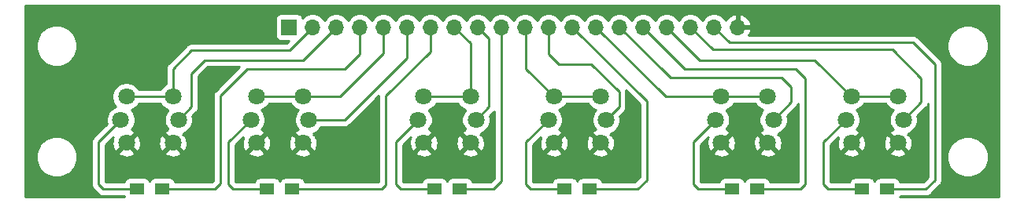
<source format=gbr>
G04 #@! TF.GenerationSoftware,KiCad,Pcbnew,(5.1.6)-1*
G04 #@! TF.CreationDate,2020-10-30T20:33:45+01:00*
G04 #@! TF.ProjectId,light-btn,6c696768-742d-4627-946e-2e6b69636164,rev?*
G04 #@! TF.SameCoordinates,Original*
G04 #@! TF.FileFunction,Copper,L1,Top*
G04 #@! TF.FilePolarity,Positive*
%FSLAX46Y46*%
G04 Gerber Fmt 4.6, Leading zero omitted, Abs format (unit mm)*
G04 Created by KiCad (PCBNEW (5.1.6)-1) date 2020-10-30 20:33:45*
%MOMM*%
%LPD*%
G01*
G04 APERTURE LIST*
G04 #@! TA.AperFunction,ComponentPad*
%ADD10O,1.700000X1.700000*%
G04 #@! TD*
G04 #@! TA.AperFunction,ComponentPad*
%ADD11R,1.700000X1.700000*%
G04 #@! TD*
G04 #@! TA.AperFunction,SMDPad,CuDef*
%ADD12R,1.500000X1.300000*%
G04 #@! TD*
G04 #@! TA.AperFunction,ComponentPad*
%ADD13C,1.800000*%
G04 #@! TD*
G04 #@! TA.AperFunction,Conductor*
%ADD14C,0.250000*%
G04 #@! TD*
G04 #@! TA.AperFunction,Conductor*
%ADD15C,0.254000*%
G04 #@! TD*
G04 APERTURE END LIST*
D10*
X139260000Y-43000000D03*
X136720000Y-43000000D03*
X134180000Y-43000000D03*
X131640000Y-43000000D03*
X129100000Y-43000000D03*
X126560000Y-43000000D03*
X124020000Y-43000000D03*
X121480000Y-43000000D03*
X118940000Y-43000000D03*
X116400000Y-43000000D03*
X113860000Y-43000000D03*
X111320000Y-43000000D03*
X108780000Y-43000000D03*
X106240000Y-43000000D03*
X103700000Y-43000000D03*
X101160000Y-43000000D03*
X98620000Y-43000000D03*
X96080000Y-43000000D03*
X93540000Y-43000000D03*
D11*
X91000000Y-43000000D03*
D12*
X74650000Y-60500000D03*
X77350000Y-60500000D03*
X91350000Y-60500000D03*
X88650000Y-60500000D03*
X106650000Y-60500000D03*
X109350000Y-60500000D03*
X123350000Y-60500000D03*
X120650000Y-60500000D03*
X138650000Y-60500000D03*
X141350000Y-60500000D03*
X155350000Y-60500000D03*
X152650000Y-60500000D03*
D13*
X79100000Y-53000000D03*
X72900000Y-53000000D03*
X73500000Y-50500000D03*
X78500000Y-50500000D03*
X73500000Y-55500000D03*
X78500000Y-55500000D03*
X92500000Y-55500000D03*
X87500000Y-55500000D03*
X92500000Y-50500000D03*
X87500000Y-50500000D03*
X86900000Y-53000000D03*
X93100000Y-53000000D03*
X111100000Y-53000000D03*
X104900000Y-53000000D03*
X105500000Y-50500000D03*
X110500000Y-50500000D03*
X105500000Y-55500000D03*
X110500000Y-55500000D03*
X124500000Y-55500000D03*
X119500000Y-55500000D03*
X124500000Y-50500000D03*
X119500000Y-50500000D03*
X118900000Y-53000000D03*
X125100000Y-53000000D03*
X142500000Y-55500000D03*
X137500000Y-55500000D03*
X142500000Y-50500000D03*
X137500000Y-50500000D03*
X136900000Y-53000000D03*
X143100000Y-53000000D03*
X157100000Y-53000000D03*
X150900000Y-53000000D03*
X151500000Y-50500000D03*
X156500000Y-50500000D03*
X151500000Y-55500000D03*
X156500000Y-55500000D03*
D14*
X159500000Y-60500000D02*
X155350000Y-60500000D01*
X138360000Y-44640000D02*
X158140000Y-44640000D01*
X136720000Y-43000000D02*
X138360000Y-44640000D01*
X158140000Y-44640000D02*
X160500000Y-47000000D01*
X160500000Y-47000000D02*
X160500000Y-59500000D01*
X160500000Y-59500000D02*
X159500000Y-60500000D01*
X159000000Y-51100000D02*
X157100000Y-53000000D01*
X134180000Y-43000000D02*
X136590000Y-45410000D01*
X159000000Y-48500000D02*
X159000000Y-51100000D01*
X155910000Y-45410000D02*
X159000000Y-48500000D01*
X136590000Y-45410000D02*
X155910000Y-45410000D01*
X156500000Y-50500000D02*
X151500000Y-50500000D01*
X135189991Y-46549991D02*
X132489999Y-43849999D01*
X132489999Y-43849999D02*
X131640000Y-43000000D01*
X147549991Y-46549991D02*
X135189991Y-46549991D01*
X151500000Y-50500000D02*
X147549991Y-46549991D01*
X133600000Y-47500000D02*
X129100000Y-43000000D01*
X146000000Y-60500000D02*
X146500000Y-60000000D01*
X146500000Y-48500000D02*
X145500000Y-47500000D01*
X141350000Y-60500000D02*
X146000000Y-60500000D01*
X146500000Y-60000000D02*
X146500000Y-48500000D01*
X145500000Y-47500000D02*
X133600000Y-47500000D01*
X131530000Y-47970000D02*
X126560000Y-43000000D01*
X143970000Y-48470000D02*
X132030000Y-48470000D01*
X143100000Y-53000000D02*
X145000000Y-51100000D01*
X145000000Y-51100000D02*
X145000000Y-49500000D01*
X145000000Y-49500000D02*
X143970000Y-48470000D01*
X132030000Y-48470000D02*
X131530000Y-47970000D01*
X142500000Y-50500000D02*
X137500000Y-50500000D01*
X131520000Y-50500000D02*
X124020000Y-43000000D01*
X137500000Y-50500000D02*
X131520000Y-50500000D01*
X121500000Y-43000000D02*
X121480000Y-43000000D01*
X129500000Y-59500000D02*
X129500000Y-51000000D01*
X128500000Y-60500000D02*
X129500000Y-59500000D01*
X129500000Y-51000000D02*
X121500000Y-43000000D01*
X123350000Y-60500000D02*
X128500000Y-60500000D01*
X125100000Y-53000000D02*
X126500000Y-51600000D01*
X126500000Y-51600000D02*
X126500000Y-50000000D01*
X126500000Y-50000000D02*
X123500000Y-47000000D01*
X123500000Y-47000000D02*
X120000000Y-47000000D01*
X118940000Y-45940000D02*
X118940000Y-43000000D01*
X120000000Y-47000000D02*
X118940000Y-45940000D01*
X124500000Y-50500000D02*
X119500000Y-50500000D01*
X119500000Y-50500000D02*
X116500000Y-47500000D01*
X116500000Y-43100000D02*
X116400000Y-43000000D01*
X116500000Y-47500000D02*
X116500000Y-43100000D01*
X113860000Y-55140000D02*
X113860000Y-43000000D01*
X109350000Y-60500000D02*
X113000000Y-60500000D01*
X113860000Y-59640000D02*
X113860000Y-55140000D01*
X113000000Y-60500000D02*
X113860000Y-59640000D01*
X111100000Y-53000000D02*
X112500000Y-51600000D01*
X112500000Y-44180000D02*
X111320000Y-43000000D01*
X112500000Y-51600000D02*
X112500000Y-44180000D01*
X105500000Y-50500000D02*
X110500000Y-50500000D01*
X110500000Y-44720000D02*
X108780000Y-43000000D01*
X110500000Y-50500000D02*
X110500000Y-44720000D01*
X106240000Y-45610000D02*
X106240000Y-43000000D01*
X91350000Y-60500000D02*
X101000000Y-60500000D01*
X101425000Y-60075000D02*
X101425000Y-50425000D01*
X101000000Y-60500000D02*
X101425000Y-60075000D01*
X101425000Y-50425000D02*
X106240000Y-45610000D01*
X93100000Y-53000000D02*
X97000000Y-53000000D01*
X103700000Y-46300000D02*
X103700000Y-43000000D01*
X97000000Y-53000000D02*
X103700000Y-46300000D01*
X87500000Y-50500000D02*
X92500000Y-50500000D01*
X92500000Y-50500000D02*
X96500000Y-50500000D01*
X101160000Y-45840000D02*
X101160000Y-43000000D01*
X96500000Y-50500000D02*
X101160000Y-45840000D01*
X83000000Y-60500000D02*
X77350000Y-60500000D01*
X83593499Y-59906501D02*
X83000000Y-60500000D01*
X98620000Y-45880000D02*
X97000000Y-47500000D01*
X97000000Y-47500000D02*
X86500000Y-47500000D01*
X86500000Y-47500000D02*
X83593499Y-50406501D01*
X98620000Y-43000000D02*
X98620000Y-45880000D01*
X83593499Y-50406501D02*
X83593499Y-59906501D01*
X95230001Y-43849999D02*
X96080000Y-43000000D01*
X79100000Y-53000000D02*
X80500000Y-51600000D01*
X80500000Y-51600000D02*
X80500000Y-48000000D01*
X81960000Y-46540000D02*
X92540000Y-46540000D01*
X80500000Y-48000000D02*
X81960000Y-46540000D01*
X92540000Y-46540000D02*
X95230001Y-43849999D01*
X73500000Y-50500000D02*
X78500000Y-50500000D01*
X93540000Y-43000000D02*
X91040000Y-45500000D01*
X91040000Y-45500000D02*
X80500000Y-45500000D01*
X78500000Y-47500000D02*
X78500000Y-50500000D01*
X80500000Y-45500000D02*
X78500000Y-47500000D01*
X72900000Y-53000000D02*
X70500000Y-55400000D01*
X70500000Y-55400000D02*
X70500000Y-60000000D01*
X71000000Y-60500000D02*
X74650000Y-60500000D01*
X70500000Y-60000000D02*
X71000000Y-60500000D01*
X86900000Y-53000000D02*
X84500000Y-55400000D01*
X84500000Y-55400000D02*
X84500000Y-60000000D01*
X85000000Y-60500000D02*
X88650000Y-60500000D01*
X84500000Y-60000000D02*
X85000000Y-60500000D01*
X104900000Y-53000000D02*
X102500000Y-55400000D01*
X102500000Y-55400000D02*
X102500000Y-60000000D01*
X103000000Y-60500000D02*
X106650000Y-60500000D01*
X102500000Y-60000000D02*
X103000000Y-60500000D01*
X118900000Y-53000000D02*
X116500000Y-55400000D01*
X116500000Y-55400000D02*
X116500000Y-60000000D01*
X116500000Y-60000000D02*
X117000000Y-60500000D01*
X117000000Y-60500000D02*
X120650000Y-60500000D01*
X136900000Y-53000000D02*
X134500000Y-55400000D01*
X134500000Y-55400000D02*
X134500000Y-60000000D01*
X135000000Y-60500000D02*
X138650000Y-60500000D01*
X134500000Y-60000000D02*
X135000000Y-60500000D01*
X150900000Y-53000000D02*
X148500000Y-55400000D01*
X148500000Y-55400000D02*
X148500000Y-60000000D01*
X149000000Y-60500000D02*
X152650000Y-60500000D01*
X148500000Y-60000000D02*
X149000000Y-60500000D01*
D15*
G36*
X167340000Y-61340000D02*
G01*
X156705937Y-61340000D01*
X156725812Y-61274482D01*
X156727238Y-61260000D01*
X159462678Y-61260000D01*
X159500000Y-61263676D01*
X159537322Y-61260000D01*
X159537333Y-61260000D01*
X159648986Y-61249003D01*
X159792247Y-61205546D01*
X159924276Y-61134974D01*
X160040001Y-61040001D01*
X160063804Y-61010998D01*
X161011003Y-60063799D01*
X161040001Y-60040001D01*
X161134974Y-59924276D01*
X161205546Y-59792247D01*
X161249003Y-59648986D01*
X161260000Y-59537333D01*
X161260000Y-59537332D01*
X161263677Y-59500000D01*
X161260000Y-59462667D01*
X161260000Y-56779872D01*
X161765000Y-56779872D01*
X161765000Y-57220128D01*
X161850890Y-57651925D01*
X162019369Y-58058669D01*
X162263962Y-58424729D01*
X162575271Y-58736038D01*
X162941331Y-58980631D01*
X163348075Y-59149110D01*
X163779872Y-59235000D01*
X164220128Y-59235000D01*
X164651925Y-59149110D01*
X165058669Y-58980631D01*
X165424729Y-58736038D01*
X165736038Y-58424729D01*
X165980631Y-58058669D01*
X166149110Y-57651925D01*
X166235000Y-57220128D01*
X166235000Y-56779872D01*
X166149110Y-56348075D01*
X165980631Y-55941331D01*
X165736038Y-55575271D01*
X165424729Y-55263962D01*
X165058669Y-55019369D01*
X164651925Y-54850890D01*
X164220128Y-54765000D01*
X163779872Y-54765000D01*
X163348075Y-54850890D01*
X162941331Y-55019369D01*
X162575271Y-55263962D01*
X162263962Y-55575271D01*
X162019369Y-55941331D01*
X161850890Y-56348075D01*
X161765000Y-56779872D01*
X161260000Y-56779872D01*
X161260000Y-47037322D01*
X161263676Y-46999999D01*
X161260000Y-46962677D01*
X161260000Y-46962667D01*
X161249003Y-46851014D01*
X161205546Y-46707753D01*
X161163453Y-46629003D01*
X161134974Y-46575723D01*
X161063799Y-46488997D01*
X161063798Y-46488996D01*
X161040001Y-46459999D01*
X161011003Y-46436201D01*
X159354674Y-44779872D01*
X161765000Y-44779872D01*
X161765000Y-45220128D01*
X161850890Y-45651925D01*
X162019369Y-46058669D01*
X162263962Y-46424729D01*
X162575271Y-46736038D01*
X162941331Y-46980631D01*
X163348075Y-47149110D01*
X163779872Y-47235000D01*
X164220128Y-47235000D01*
X164651925Y-47149110D01*
X165058669Y-46980631D01*
X165424729Y-46736038D01*
X165736038Y-46424729D01*
X165980631Y-46058669D01*
X166149110Y-45651925D01*
X166235000Y-45220128D01*
X166235000Y-44779872D01*
X166149110Y-44348075D01*
X165980631Y-43941331D01*
X165736038Y-43575271D01*
X165424729Y-43263962D01*
X165058669Y-43019369D01*
X164651925Y-42850890D01*
X164220128Y-42765000D01*
X163779872Y-42765000D01*
X163348075Y-42850890D01*
X162941331Y-43019369D01*
X162575271Y-43263962D01*
X162263962Y-43575271D01*
X162019369Y-43941331D01*
X161850890Y-44348075D01*
X161765000Y-44779872D01*
X159354674Y-44779872D01*
X158703804Y-44129003D01*
X158680001Y-44099999D01*
X158564276Y-44005026D01*
X158432247Y-43934454D01*
X158288986Y-43890997D01*
X158177333Y-43880000D01*
X158177322Y-43880000D01*
X158140000Y-43876324D01*
X158102678Y-43880000D01*
X140455985Y-43880000D01*
X140604157Y-43631252D01*
X140701481Y-43356891D01*
X140580814Y-43127000D01*
X139387000Y-43127000D01*
X139387000Y-43147000D01*
X139133000Y-43147000D01*
X139133000Y-43127000D01*
X139113000Y-43127000D01*
X139113000Y-42873000D01*
X139133000Y-42873000D01*
X139133000Y-41679845D01*
X139387000Y-41679845D01*
X139387000Y-42873000D01*
X140580814Y-42873000D01*
X140701481Y-42643109D01*
X140604157Y-42368748D01*
X140455178Y-42118645D01*
X140260269Y-41902412D01*
X140026920Y-41728359D01*
X139764099Y-41603175D01*
X139616890Y-41558524D01*
X139387000Y-41679845D01*
X139133000Y-41679845D01*
X138903110Y-41558524D01*
X138755901Y-41603175D01*
X138493080Y-41728359D01*
X138259731Y-41902412D01*
X138064822Y-42118645D01*
X137995195Y-42235534D01*
X137873475Y-42053368D01*
X137666632Y-41846525D01*
X137423411Y-41684010D01*
X137153158Y-41572068D01*
X136866260Y-41515000D01*
X136573740Y-41515000D01*
X136286842Y-41572068D01*
X136016589Y-41684010D01*
X135773368Y-41846525D01*
X135566525Y-42053368D01*
X135450000Y-42227760D01*
X135333475Y-42053368D01*
X135126632Y-41846525D01*
X134883411Y-41684010D01*
X134613158Y-41572068D01*
X134326260Y-41515000D01*
X134033740Y-41515000D01*
X133746842Y-41572068D01*
X133476589Y-41684010D01*
X133233368Y-41846525D01*
X133026525Y-42053368D01*
X132910000Y-42227760D01*
X132793475Y-42053368D01*
X132586632Y-41846525D01*
X132343411Y-41684010D01*
X132073158Y-41572068D01*
X131786260Y-41515000D01*
X131493740Y-41515000D01*
X131206842Y-41572068D01*
X130936589Y-41684010D01*
X130693368Y-41846525D01*
X130486525Y-42053368D01*
X130370000Y-42227760D01*
X130253475Y-42053368D01*
X130046632Y-41846525D01*
X129803411Y-41684010D01*
X129533158Y-41572068D01*
X129246260Y-41515000D01*
X128953740Y-41515000D01*
X128666842Y-41572068D01*
X128396589Y-41684010D01*
X128153368Y-41846525D01*
X127946525Y-42053368D01*
X127830000Y-42227760D01*
X127713475Y-42053368D01*
X127506632Y-41846525D01*
X127263411Y-41684010D01*
X126993158Y-41572068D01*
X126706260Y-41515000D01*
X126413740Y-41515000D01*
X126126842Y-41572068D01*
X125856589Y-41684010D01*
X125613368Y-41846525D01*
X125406525Y-42053368D01*
X125290000Y-42227760D01*
X125173475Y-42053368D01*
X124966632Y-41846525D01*
X124723411Y-41684010D01*
X124453158Y-41572068D01*
X124166260Y-41515000D01*
X123873740Y-41515000D01*
X123586842Y-41572068D01*
X123316589Y-41684010D01*
X123073368Y-41846525D01*
X122866525Y-42053368D01*
X122750000Y-42227760D01*
X122633475Y-42053368D01*
X122426632Y-41846525D01*
X122183411Y-41684010D01*
X121913158Y-41572068D01*
X121626260Y-41515000D01*
X121333740Y-41515000D01*
X121046842Y-41572068D01*
X120776589Y-41684010D01*
X120533368Y-41846525D01*
X120326525Y-42053368D01*
X120210000Y-42227760D01*
X120093475Y-42053368D01*
X119886632Y-41846525D01*
X119643411Y-41684010D01*
X119373158Y-41572068D01*
X119086260Y-41515000D01*
X118793740Y-41515000D01*
X118506842Y-41572068D01*
X118236589Y-41684010D01*
X117993368Y-41846525D01*
X117786525Y-42053368D01*
X117670000Y-42227760D01*
X117553475Y-42053368D01*
X117346632Y-41846525D01*
X117103411Y-41684010D01*
X116833158Y-41572068D01*
X116546260Y-41515000D01*
X116253740Y-41515000D01*
X115966842Y-41572068D01*
X115696589Y-41684010D01*
X115453368Y-41846525D01*
X115246525Y-42053368D01*
X115130000Y-42227760D01*
X115013475Y-42053368D01*
X114806632Y-41846525D01*
X114563411Y-41684010D01*
X114293158Y-41572068D01*
X114006260Y-41515000D01*
X113713740Y-41515000D01*
X113426842Y-41572068D01*
X113156589Y-41684010D01*
X112913368Y-41846525D01*
X112706525Y-42053368D01*
X112590000Y-42227760D01*
X112473475Y-42053368D01*
X112266632Y-41846525D01*
X112023411Y-41684010D01*
X111753158Y-41572068D01*
X111466260Y-41515000D01*
X111173740Y-41515000D01*
X110886842Y-41572068D01*
X110616589Y-41684010D01*
X110373368Y-41846525D01*
X110166525Y-42053368D01*
X110050000Y-42227760D01*
X109933475Y-42053368D01*
X109726632Y-41846525D01*
X109483411Y-41684010D01*
X109213158Y-41572068D01*
X108926260Y-41515000D01*
X108633740Y-41515000D01*
X108346842Y-41572068D01*
X108076589Y-41684010D01*
X107833368Y-41846525D01*
X107626525Y-42053368D01*
X107510000Y-42227760D01*
X107393475Y-42053368D01*
X107186632Y-41846525D01*
X106943411Y-41684010D01*
X106673158Y-41572068D01*
X106386260Y-41515000D01*
X106093740Y-41515000D01*
X105806842Y-41572068D01*
X105536589Y-41684010D01*
X105293368Y-41846525D01*
X105086525Y-42053368D01*
X104970000Y-42227760D01*
X104853475Y-42053368D01*
X104646632Y-41846525D01*
X104403411Y-41684010D01*
X104133158Y-41572068D01*
X103846260Y-41515000D01*
X103553740Y-41515000D01*
X103266842Y-41572068D01*
X102996589Y-41684010D01*
X102753368Y-41846525D01*
X102546525Y-42053368D01*
X102430000Y-42227760D01*
X102313475Y-42053368D01*
X102106632Y-41846525D01*
X101863411Y-41684010D01*
X101593158Y-41572068D01*
X101306260Y-41515000D01*
X101013740Y-41515000D01*
X100726842Y-41572068D01*
X100456589Y-41684010D01*
X100213368Y-41846525D01*
X100006525Y-42053368D01*
X99890000Y-42227760D01*
X99773475Y-42053368D01*
X99566632Y-41846525D01*
X99323411Y-41684010D01*
X99053158Y-41572068D01*
X98766260Y-41515000D01*
X98473740Y-41515000D01*
X98186842Y-41572068D01*
X97916589Y-41684010D01*
X97673368Y-41846525D01*
X97466525Y-42053368D01*
X97350000Y-42227760D01*
X97233475Y-42053368D01*
X97026632Y-41846525D01*
X96783411Y-41684010D01*
X96513158Y-41572068D01*
X96226260Y-41515000D01*
X95933740Y-41515000D01*
X95646842Y-41572068D01*
X95376589Y-41684010D01*
X95133368Y-41846525D01*
X94926525Y-42053368D01*
X94810000Y-42227760D01*
X94693475Y-42053368D01*
X94486632Y-41846525D01*
X94243411Y-41684010D01*
X93973158Y-41572068D01*
X93686260Y-41515000D01*
X93393740Y-41515000D01*
X93106842Y-41572068D01*
X92836589Y-41684010D01*
X92593368Y-41846525D01*
X92461513Y-41978380D01*
X92439502Y-41905820D01*
X92380537Y-41795506D01*
X92301185Y-41698815D01*
X92204494Y-41619463D01*
X92094180Y-41560498D01*
X91974482Y-41524188D01*
X91850000Y-41511928D01*
X90150000Y-41511928D01*
X90025518Y-41524188D01*
X89905820Y-41560498D01*
X89795506Y-41619463D01*
X89698815Y-41698815D01*
X89619463Y-41795506D01*
X89560498Y-41905820D01*
X89524188Y-42025518D01*
X89511928Y-42150000D01*
X89511928Y-43850000D01*
X89524188Y-43974482D01*
X89560498Y-44094180D01*
X89619463Y-44204494D01*
X89698815Y-44301185D01*
X89795506Y-44380537D01*
X89905820Y-44439502D01*
X90025518Y-44475812D01*
X90150000Y-44488072D01*
X90977127Y-44488072D01*
X90725199Y-44740000D01*
X80537322Y-44740000D01*
X80499999Y-44736324D01*
X80462676Y-44740000D01*
X80462667Y-44740000D01*
X80351014Y-44750997D01*
X80225782Y-44788985D01*
X80207753Y-44794454D01*
X80075723Y-44865026D01*
X79997769Y-44929002D01*
X79959999Y-44959999D01*
X79936201Y-44988997D01*
X77989003Y-46936196D01*
X77959999Y-46959999D01*
X77922620Y-47005546D01*
X77865026Y-47075724D01*
X77806636Y-47184964D01*
X77794454Y-47207754D01*
X77750997Y-47351015D01*
X77740000Y-47462668D01*
X77740000Y-47462678D01*
X77736324Y-47500000D01*
X77740000Y-47537323D01*
X77740001Y-49161687D01*
X77521495Y-49307688D01*
X77307688Y-49521495D01*
X77161687Y-49740000D01*
X74838313Y-49740000D01*
X74692312Y-49521495D01*
X74478505Y-49307688D01*
X74227095Y-49139701D01*
X73947743Y-49023989D01*
X73651184Y-48965000D01*
X73348816Y-48965000D01*
X73052257Y-49023989D01*
X72772905Y-49139701D01*
X72521495Y-49307688D01*
X72307688Y-49521495D01*
X72139701Y-49772905D01*
X72023989Y-50052257D01*
X71965000Y-50348816D01*
X71965000Y-50651184D01*
X72023989Y-50947743D01*
X72139701Y-51227095D01*
X72307688Y-51478505D01*
X72382193Y-51553010D01*
X72172905Y-51639701D01*
X71921495Y-51807688D01*
X71707688Y-52021495D01*
X71539701Y-52272905D01*
X71423989Y-52552257D01*
X71365000Y-52848816D01*
X71365000Y-53151184D01*
X71416269Y-53408930D01*
X69989003Y-54836196D01*
X69959999Y-54859999D01*
X69904871Y-54927174D01*
X69865026Y-54975724D01*
X69841697Y-55019369D01*
X69794454Y-55107754D01*
X69750997Y-55251015D01*
X69740000Y-55362668D01*
X69740000Y-55362678D01*
X69736324Y-55400000D01*
X69740000Y-55437323D01*
X69740001Y-59962668D01*
X69736324Y-60000000D01*
X69750998Y-60148985D01*
X69794454Y-60292246D01*
X69865026Y-60424276D01*
X69883267Y-60446502D01*
X69960000Y-60540001D01*
X69988998Y-60563799D01*
X70436196Y-61010997D01*
X70459999Y-61040001D01*
X70575724Y-61134974D01*
X70707753Y-61205546D01*
X70851014Y-61249003D01*
X70962667Y-61260000D01*
X70962675Y-61260000D01*
X71000000Y-61263676D01*
X71037325Y-61260000D01*
X73272762Y-61260000D01*
X73274188Y-61274482D01*
X73294063Y-61340000D01*
X62660000Y-61340000D01*
X62660000Y-56779872D01*
X63765000Y-56779872D01*
X63765000Y-57220128D01*
X63850890Y-57651925D01*
X64019369Y-58058669D01*
X64263962Y-58424729D01*
X64575271Y-58736038D01*
X64941331Y-58980631D01*
X65348075Y-59149110D01*
X65779872Y-59235000D01*
X66220128Y-59235000D01*
X66651925Y-59149110D01*
X67058669Y-58980631D01*
X67424729Y-58736038D01*
X67736038Y-58424729D01*
X67980631Y-58058669D01*
X68149110Y-57651925D01*
X68235000Y-57220128D01*
X68235000Y-56779872D01*
X68149110Y-56348075D01*
X67980631Y-55941331D01*
X67736038Y-55575271D01*
X67424729Y-55263962D01*
X67058669Y-55019369D01*
X66651925Y-54850890D01*
X66220128Y-54765000D01*
X65779872Y-54765000D01*
X65348075Y-54850890D01*
X64941331Y-55019369D01*
X64575271Y-55263962D01*
X64263962Y-55575271D01*
X64019369Y-55941331D01*
X63850890Y-56348075D01*
X63765000Y-56779872D01*
X62660000Y-56779872D01*
X62660000Y-44779872D01*
X63765000Y-44779872D01*
X63765000Y-45220128D01*
X63850890Y-45651925D01*
X64019369Y-46058669D01*
X64263962Y-46424729D01*
X64575271Y-46736038D01*
X64941331Y-46980631D01*
X65348075Y-47149110D01*
X65779872Y-47235000D01*
X66220128Y-47235000D01*
X66651925Y-47149110D01*
X67058669Y-46980631D01*
X67424729Y-46736038D01*
X67736038Y-46424729D01*
X67980631Y-46058669D01*
X68149110Y-45651925D01*
X68235000Y-45220128D01*
X68235000Y-44779872D01*
X68149110Y-44348075D01*
X67980631Y-43941331D01*
X67736038Y-43575271D01*
X67424729Y-43263962D01*
X67058669Y-43019369D01*
X66651925Y-42850890D01*
X66220128Y-42765000D01*
X65779872Y-42765000D01*
X65348075Y-42850890D01*
X64941331Y-43019369D01*
X64575271Y-43263962D01*
X64263962Y-43575271D01*
X64019369Y-43941331D01*
X63850890Y-44348075D01*
X63765000Y-44779872D01*
X62660000Y-44779872D01*
X62660000Y-40660000D01*
X167340001Y-40660000D01*
X167340000Y-61340000D01*
G37*
X167340000Y-61340000D02*
X156705937Y-61340000D01*
X156725812Y-61274482D01*
X156727238Y-61260000D01*
X159462678Y-61260000D01*
X159500000Y-61263676D01*
X159537322Y-61260000D01*
X159537333Y-61260000D01*
X159648986Y-61249003D01*
X159792247Y-61205546D01*
X159924276Y-61134974D01*
X160040001Y-61040001D01*
X160063804Y-61010998D01*
X161011003Y-60063799D01*
X161040001Y-60040001D01*
X161134974Y-59924276D01*
X161205546Y-59792247D01*
X161249003Y-59648986D01*
X161260000Y-59537333D01*
X161260000Y-59537332D01*
X161263677Y-59500000D01*
X161260000Y-59462667D01*
X161260000Y-56779872D01*
X161765000Y-56779872D01*
X161765000Y-57220128D01*
X161850890Y-57651925D01*
X162019369Y-58058669D01*
X162263962Y-58424729D01*
X162575271Y-58736038D01*
X162941331Y-58980631D01*
X163348075Y-59149110D01*
X163779872Y-59235000D01*
X164220128Y-59235000D01*
X164651925Y-59149110D01*
X165058669Y-58980631D01*
X165424729Y-58736038D01*
X165736038Y-58424729D01*
X165980631Y-58058669D01*
X166149110Y-57651925D01*
X166235000Y-57220128D01*
X166235000Y-56779872D01*
X166149110Y-56348075D01*
X165980631Y-55941331D01*
X165736038Y-55575271D01*
X165424729Y-55263962D01*
X165058669Y-55019369D01*
X164651925Y-54850890D01*
X164220128Y-54765000D01*
X163779872Y-54765000D01*
X163348075Y-54850890D01*
X162941331Y-55019369D01*
X162575271Y-55263962D01*
X162263962Y-55575271D01*
X162019369Y-55941331D01*
X161850890Y-56348075D01*
X161765000Y-56779872D01*
X161260000Y-56779872D01*
X161260000Y-47037322D01*
X161263676Y-46999999D01*
X161260000Y-46962677D01*
X161260000Y-46962667D01*
X161249003Y-46851014D01*
X161205546Y-46707753D01*
X161163453Y-46629003D01*
X161134974Y-46575723D01*
X161063799Y-46488997D01*
X161063798Y-46488996D01*
X161040001Y-46459999D01*
X161011003Y-46436201D01*
X159354674Y-44779872D01*
X161765000Y-44779872D01*
X161765000Y-45220128D01*
X161850890Y-45651925D01*
X162019369Y-46058669D01*
X162263962Y-46424729D01*
X162575271Y-46736038D01*
X162941331Y-46980631D01*
X163348075Y-47149110D01*
X163779872Y-47235000D01*
X164220128Y-47235000D01*
X164651925Y-47149110D01*
X165058669Y-46980631D01*
X165424729Y-46736038D01*
X165736038Y-46424729D01*
X165980631Y-46058669D01*
X166149110Y-45651925D01*
X166235000Y-45220128D01*
X166235000Y-44779872D01*
X166149110Y-44348075D01*
X165980631Y-43941331D01*
X165736038Y-43575271D01*
X165424729Y-43263962D01*
X165058669Y-43019369D01*
X164651925Y-42850890D01*
X164220128Y-42765000D01*
X163779872Y-42765000D01*
X163348075Y-42850890D01*
X162941331Y-43019369D01*
X162575271Y-43263962D01*
X162263962Y-43575271D01*
X162019369Y-43941331D01*
X161850890Y-44348075D01*
X161765000Y-44779872D01*
X159354674Y-44779872D01*
X158703804Y-44129003D01*
X158680001Y-44099999D01*
X158564276Y-44005026D01*
X158432247Y-43934454D01*
X158288986Y-43890997D01*
X158177333Y-43880000D01*
X158177322Y-43880000D01*
X158140000Y-43876324D01*
X158102678Y-43880000D01*
X140455985Y-43880000D01*
X140604157Y-43631252D01*
X140701481Y-43356891D01*
X140580814Y-43127000D01*
X139387000Y-43127000D01*
X139387000Y-43147000D01*
X139133000Y-43147000D01*
X139133000Y-43127000D01*
X139113000Y-43127000D01*
X139113000Y-42873000D01*
X139133000Y-42873000D01*
X139133000Y-41679845D01*
X139387000Y-41679845D01*
X139387000Y-42873000D01*
X140580814Y-42873000D01*
X140701481Y-42643109D01*
X140604157Y-42368748D01*
X140455178Y-42118645D01*
X140260269Y-41902412D01*
X140026920Y-41728359D01*
X139764099Y-41603175D01*
X139616890Y-41558524D01*
X139387000Y-41679845D01*
X139133000Y-41679845D01*
X138903110Y-41558524D01*
X138755901Y-41603175D01*
X138493080Y-41728359D01*
X138259731Y-41902412D01*
X138064822Y-42118645D01*
X137995195Y-42235534D01*
X137873475Y-42053368D01*
X137666632Y-41846525D01*
X137423411Y-41684010D01*
X137153158Y-41572068D01*
X136866260Y-41515000D01*
X136573740Y-41515000D01*
X136286842Y-41572068D01*
X136016589Y-41684010D01*
X135773368Y-41846525D01*
X135566525Y-42053368D01*
X135450000Y-42227760D01*
X135333475Y-42053368D01*
X135126632Y-41846525D01*
X134883411Y-41684010D01*
X134613158Y-41572068D01*
X134326260Y-41515000D01*
X134033740Y-41515000D01*
X133746842Y-41572068D01*
X133476589Y-41684010D01*
X133233368Y-41846525D01*
X133026525Y-42053368D01*
X132910000Y-42227760D01*
X132793475Y-42053368D01*
X132586632Y-41846525D01*
X132343411Y-41684010D01*
X132073158Y-41572068D01*
X131786260Y-41515000D01*
X131493740Y-41515000D01*
X131206842Y-41572068D01*
X130936589Y-41684010D01*
X130693368Y-41846525D01*
X130486525Y-42053368D01*
X130370000Y-42227760D01*
X130253475Y-42053368D01*
X130046632Y-41846525D01*
X129803411Y-41684010D01*
X129533158Y-41572068D01*
X129246260Y-41515000D01*
X128953740Y-41515000D01*
X128666842Y-41572068D01*
X128396589Y-41684010D01*
X128153368Y-41846525D01*
X127946525Y-42053368D01*
X127830000Y-42227760D01*
X127713475Y-42053368D01*
X127506632Y-41846525D01*
X127263411Y-41684010D01*
X126993158Y-41572068D01*
X126706260Y-41515000D01*
X126413740Y-41515000D01*
X126126842Y-41572068D01*
X125856589Y-41684010D01*
X125613368Y-41846525D01*
X125406525Y-42053368D01*
X125290000Y-42227760D01*
X125173475Y-42053368D01*
X124966632Y-41846525D01*
X124723411Y-41684010D01*
X124453158Y-41572068D01*
X124166260Y-41515000D01*
X123873740Y-41515000D01*
X123586842Y-41572068D01*
X123316589Y-41684010D01*
X123073368Y-41846525D01*
X122866525Y-42053368D01*
X122750000Y-42227760D01*
X122633475Y-42053368D01*
X122426632Y-41846525D01*
X122183411Y-41684010D01*
X121913158Y-41572068D01*
X121626260Y-41515000D01*
X121333740Y-41515000D01*
X121046842Y-41572068D01*
X120776589Y-41684010D01*
X120533368Y-41846525D01*
X120326525Y-42053368D01*
X120210000Y-42227760D01*
X120093475Y-42053368D01*
X119886632Y-41846525D01*
X119643411Y-41684010D01*
X119373158Y-41572068D01*
X119086260Y-41515000D01*
X118793740Y-41515000D01*
X118506842Y-41572068D01*
X118236589Y-41684010D01*
X117993368Y-41846525D01*
X117786525Y-42053368D01*
X117670000Y-42227760D01*
X117553475Y-42053368D01*
X117346632Y-41846525D01*
X117103411Y-41684010D01*
X116833158Y-41572068D01*
X116546260Y-41515000D01*
X116253740Y-41515000D01*
X115966842Y-41572068D01*
X115696589Y-41684010D01*
X115453368Y-41846525D01*
X115246525Y-42053368D01*
X115130000Y-42227760D01*
X115013475Y-42053368D01*
X114806632Y-41846525D01*
X114563411Y-41684010D01*
X114293158Y-41572068D01*
X114006260Y-41515000D01*
X113713740Y-41515000D01*
X113426842Y-41572068D01*
X113156589Y-41684010D01*
X112913368Y-41846525D01*
X112706525Y-42053368D01*
X112590000Y-42227760D01*
X112473475Y-42053368D01*
X112266632Y-41846525D01*
X112023411Y-41684010D01*
X111753158Y-41572068D01*
X111466260Y-41515000D01*
X111173740Y-41515000D01*
X110886842Y-41572068D01*
X110616589Y-41684010D01*
X110373368Y-41846525D01*
X110166525Y-42053368D01*
X110050000Y-42227760D01*
X109933475Y-42053368D01*
X109726632Y-41846525D01*
X109483411Y-41684010D01*
X109213158Y-41572068D01*
X108926260Y-41515000D01*
X108633740Y-41515000D01*
X108346842Y-41572068D01*
X108076589Y-41684010D01*
X107833368Y-41846525D01*
X107626525Y-42053368D01*
X107510000Y-42227760D01*
X107393475Y-42053368D01*
X107186632Y-41846525D01*
X106943411Y-41684010D01*
X106673158Y-41572068D01*
X106386260Y-41515000D01*
X106093740Y-41515000D01*
X105806842Y-41572068D01*
X105536589Y-41684010D01*
X105293368Y-41846525D01*
X105086525Y-42053368D01*
X104970000Y-42227760D01*
X104853475Y-42053368D01*
X104646632Y-41846525D01*
X104403411Y-41684010D01*
X104133158Y-41572068D01*
X103846260Y-41515000D01*
X103553740Y-41515000D01*
X103266842Y-41572068D01*
X102996589Y-41684010D01*
X102753368Y-41846525D01*
X102546525Y-42053368D01*
X102430000Y-42227760D01*
X102313475Y-42053368D01*
X102106632Y-41846525D01*
X101863411Y-41684010D01*
X101593158Y-41572068D01*
X101306260Y-41515000D01*
X101013740Y-41515000D01*
X100726842Y-41572068D01*
X100456589Y-41684010D01*
X100213368Y-41846525D01*
X100006525Y-42053368D01*
X99890000Y-42227760D01*
X99773475Y-42053368D01*
X99566632Y-41846525D01*
X99323411Y-41684010D01*
X99053158Y-41572068D01*
X98766260Y-41515000D01*
X98473740Y-41515000D01*
X98186842Y-41572068D01*
X97916589Y-41684010D01*
X97673368Y-41846525D01*
X97466525Y-42053368D01*
X97350000Y-42227760D01*
X97233475Y-42053368D01*
X97026632Y-41846525D01*
X96783411Y-41684010D01*
X96513158Y-41572068D01*
X96226260Y-41515000D01*
X95933740Y-41515000D01*
X95646842Y-41572068D01*
X95376589Y-41684010D01*
X95133368Y-41846525D01*
X94926525Y-42053368D01*
X94810000Y-42227760D01*
X94693475Y-42053368D01*
X94486632Y-41846525D01*
X94243411Y-41684010D01*
X93973158Y-41572068D01*
X93686260Y-41515000D01*
X93393740Y-41515000D01*
X93106842Y-41572068D01*
X92836589Y-41684010D01*
X92593368Y-41846525D01*
X92461513Y-41978380D01*
X92439502Y-41905820D01*
X92380537Y-41795506D01*
X92301185Y-41698815D01*
X92204494Y-41619463D01*
X92094180Y-41560498D01*
X91974482Y-41524188D01*
X91850000Y-41511928D01*
X90150000Y-41511928D01*
X90025518Y-41524188D01*
X89905820Y-41560498D01*
X89795506Y-41619463D01*
X89698815Y-41698815D01*
X89619463Y-41795506D01*
X89560498Y-41905820D01*
X89524188Y-42025518D01*
X89511928Y-42150000D01*
X89511928Y-43850000D01*
X89524188Y-43974482D01*
X89560498Y-44094180D01*
X89619463Y-44204494D01*
X89698815Y-44301185D01*
X89795506Y-44380537D01*
X89905820Y-44439502D01*
X90025518Y-44475812D01*
X90150000Y-44488072D01*
X90977127Y-44488072D01*
X90725199Y-44740000D01*
X80537322Y-44740000D01*
X80499999Y-44736324D01*
X80462676Y-44740000D01*
X80462667Y-44740000D01*
X80351014Y-44750997D01*
X80225782Y-44788985D01*
X80207753Y-44794454D01*
X80075723Y-44865026D01*
X79997769Y-44929002D01*
X79959999Y-44959999D01*
X79936201Y-44988997D01*
X77989003Y-46936196D01*
X77959999Y-46959999D01*
X77922620Y-47005546D01*
X77865026Y-47075724D01*
X77806636Y-47184964D01*
X77794454Y-47207754D01*
X77750997Y-47351015D01*
X77740000Y-47462668D01*
X77740000Y-47462678D01*
X77736324Y-47500000D01*
X77740000Y-47537323D01*
X77740001Y-49161687D01*
X77521495Y-49307688D01*
X77307688Y-49521495D01*
X77161687Y-49740000D01*
X74838313Y-49740000D01*
X74692312Y-49521495D01*
X74478505Y-49307688D01*
X74227095Y-49139701D01*
X73947743Y-49023989D01*
X73651184Y-48965000D01*
X73348816Y-48965000D01*
X73052257Y-49023989D01*
X72772905Y-49139701D01*
X72521495Y-49307688D01*
X72307688Y-49521495D01*
X72139701Y-49772905D01*
X72023989Y-50052257D01*
X71965000Y-50348816D01*
X71965000Y-50651184D01*
X72023989Y-50947743D01*
X72139701Y-51227095D01*
X72307688Y-51478505D01*
X72382193Y-51553010D01*
X72172905Y-51639701D01*
X71921495Y-51807688D01*
X71707688Y-52021495D01*
X71539701Y-52272905D01*
X71423989Y-52552257D01*
X71365000Y-52848816D01*
X71365000Y-53151184D01*
X71416269Y-53408930D01*
X69989003Y-54836196D01*
X69959999Y-54859999D01*
X69904871Y-54927174D01*
X69865026Y-54975724D01*
X69841697Y-55019369D01*
X69794454Y-55107754D01*
X69750997Y-55251015D01*
X69740000Y-55362668D01*
X69740000Y-55362678D01*
X69736324Y-55400000D01*
X69740000Y-55437323D01*
X69740001Y-59962668D01*
X69736324Y-60000000D01*
X69750998Y-60148985D01*
X69794454Y-60292246D01*
X69865026Y-60424276D01*
X69883267Y-60446502D01*
X69960000Y-60540001D01*
X69988998Y-60563799D01*
X70436196Y-61010997D01*
X70459999Y-61040001D01*
X70575724Y-61134974D01*
X70707753Y-61205546D01*
X70851014Y-61249003D01*
X70962667Y-61260000D01*
X70962675Y-61260000D01*
X71000000Y-61263676D01*
X71037325Y-61260000D01*
X73272762Y-61260000D01*
X73274188Y-61274482D01*
X73294063Y-61340000D01*
X62660000Y-61340000D01*
X62660000Y-56779872D01*
X63765000Y-56779872D01*
X63765000Y-57220128D01*
X63850890Y-57651925D01*
X64019369Y-58058669D01*
X64263962Y-58424729D01*
X64575271Y-58736038D01*
X64941331Y-58980631D01*
X65348075Y-59149110D01*
X65779872Y-59235000D01*
X66220128Y-59235000D01*
X66651925Y-59149110D01*
X67058669Y-58980631D01*
X67424729Y-58736038D01*
X67736038Y-58424729D01*
X67980631Y-58058669D01*
X68149110Y-57651925D01*
X68235000Y-57220128D01*
X68235000Y-56779872D01*
X68149110Y-56348075D01*
X67980631Y-55941331D01*
X67736038Y-55575271D01*
X67424729Y-55263962D01*
X67058669Y-55019369D01*
X66651925Y-54850890D01*
X66220128Y-54765000D01*
X65779872Y-54765000D01*
X65348075Y-54850890D01*
X64941331Y-55019369D01*
X64575271Y-55263962D01*
X64263962Y-55575271D01*
X64019369Y-55941331D01*
X63850890Y-56348075D01*
X63765000Y-56779872D01*
X62660000Y-56779872D01*
X62660000Y-44779872D01*
X63765000Y-44779872D01*
X63765000Y-45220128D01*
X63850890Y-45651925D01*
X64019369Y-46058669D01*
X64263962Y-46424729D01*
X64575271Y-46736038D01*
X64941331Y-46980631D01*
X65348075Y-47149110D01*
X65779872Y-47235000D01*
X66220128Y-47235000D01*
X66651925Y-47149110D01*
X67058669Y-46980631D01*
X67424729Y-46736038D01*
X67736038Y-46424729D01*
X67980631Y-46058669D01*
X68149110Y-45651925D01*
X68235000Y-45220128D01*
X68235000Y-44779872D01*
X68149110Y-44348075D01*
X67980631Y-43941331D01*
X67736038Y-43575271D01*
X67424729Y-43263962D01*
X67058669Y-43019369D01*
X66651925Y-42850890D01*
X66220128Y-42765000D01*
X65779872Y-42765000D01*
X65348075Y-42850890D01*
X64941331Y-43019369D01*
X64575271Y-43263962D01*
X64263962Y-43575271D01*
X64019369Y-43941331D01*
X63850890Y-44348075D01*
X63765000Y-44779872D01*
X62660000Y-44779872D01*
X62660000Y-40660000D01*
X167340001Y-40660000D01*
X167340000Y-61340000D01*
G36*
X109307688Y-51478505D02*
G01*
X109521495Y-51692312D01*
X109772905Y-51860299D01*
X109982193Y-51946990D01*
X109907688Y-52021495D01*
X109739701Y-52272905D01*
X109623989Y-52552257D01*
X109565000Y-52848816D01*
X109565000Y-53151184D01*
X109623989Y-53447743D01*
X109739701Y-53727095D01*
X109907688Y-53978505D01*
X109983621Y-54054438D01*
X109848801Y-54101778D01*
X109699208Y-54181739D01*
X109615525Y-54435920D01*
X110500000Y-55320395D01*
X110514143Y-55306253D01*
X110693748Y-55485858D01*
X110679605Y-55500000D01*
X111564080Y-56384475D01*
X111818261Y-56300792D01*
X111949158Y-56028225D01*
X112024365Y-55735358D01*
X112040991Y-55433447D01*
X111998397Y-55134093D01*
X111898222Y-54848801D01*
X111818261Y-54699208D01*
X111564082Y-54615526D01*
X111680030Y-54499578D01*
X111624620Y-54444168D01*
X111827095Y-54360299D01*
X112078505Y-54192312D01*
X112292312Y-53978505D01*
X112460299Y-53727095D01*
X112576011Y-53447743D01*
X112635000Y-53151184D01*
X112635000Y-52848816D01*
X112583731Y-52591070D01*
X113011004Y-52163798D01*
X113040001Y-52140001D01*
X113066332Y-52107917D01*
X113100000Y-52066892D01*
X113100000Y-55177332D01*
X113100001Y-55177342D01*
X113100000Y-59325198D01*
X112685199Y-59740000D01*
X110727238Y-59740000D01*
X110725812Y-59725518D01*
X110689502Y-59605820D01*
X110630537Y-59495506D01*
X110551185Y-59398815D01*
X110454494Y-59319463D01*
X110344180Y-59260498D01*
X110224482Y-59224188D01*
X110100000Y-59211928D01*
X108600000Y-59211928D01*
X108475518Y-59224188D01*
X108355820Y-59260498D01*
X108245506Y-59319463D01*
X108148815Y-59398815D01*
X108069463Y-59495506D01*
X108010498Y-59605820D01*
X108000000Y-59640427D01*
X107989502Y-59605820D01*
X107930537Y-59495506D01*
X107851185Y-59398815D01*
X107754494Y-59319463D01*
X107644180Y-59260498D01*
X107524482Y-59224188D01*
X107400000Y-59211928D01*
X105900000Y-59211928D01*
X105775518Y-59224188D01*
X105655820Y-59260498D01*
X105545506Y-59319463D01*
X105448815Y-59398815D01*
X105369463Y-59495506D01*
X105310498Y-59605820D01*
X105274188Y-59725518D01*
X105272762Y-59740000D01*
X103314801Y-59740000D01*
X103260000Y-59685199D01*
X103260000Y-56564080D01*
X104615525Y-56564080D01*
X104699208Y-56818261D01*
X104971775Y-56949158D01*
X105264642Y-57024365D01*
X105566553Y-57040991D01*
X105865907Y-56998397D01*
X106151199Y-56898222D01*
X106300792Y-56818261D01*
X106384475Y-56564080D01*
X109615525Y-56564080D01*
X109699208Y-56818261D01*
X109971775Y-56949158D01*
X110264642Y-57024365D01*
X110566553Y-57040991D01*
X110865907Y-56998397D01*
X111151199Y-56898222D01*
X111300792Y-56818261D01*
X111384475Y-56564080D01*
X110500000Y-55679605D01*
X109615525Y-56564080D01*
X106384475Y-56564080D01*
X105500000Y-55679605D01*
X104615525Y-56564080D01*
X103260000Y-56564080D01*
X103260000Y-55714801D01*
X104095022Y-54879780D01*
X104050842Y-54971775D01*
X103975635Y-55264642D01*
X103959009Y-55566553D01*
X104001603Y-55865907D01*
X104101778Y-56151199D01*
X104181739Y-56300792D01*
X104435920Y-56384475D01*
X105320395Y-55500000D01*
X105679605Y-55500000D01*
X106564080Y-56384475D01*
X106818261Y-56300792D01*
X106949158Y-56028225D01*
X107024365Y-55735358D01*
X107033660Y-55566553D01*
X108959009Y-55566553D01*
X109001603Y-55865907D01*
X109101778Y-56151199D01*
X109181739Y-56300792D01*
X109435920Y-56384475D01*
X110320395Y-55500000D01*
X109435920Y-54615525D01*
X109181739Y-54699208D01*
X109050842Y-54971775D01*
X108975635Y-55264642D01*
X108959009Y-55566553D01*
X107033660Y-55566553D01*
X107040991Y-55433447D01*
X106998397Y-55134093D01*
X106898222Y-54848801D01*
X106818261Y-54699208D01*
X106564080Y-54615525D01*
X105679605Y-55500000D01*
X105320395Y-55500000D01*
X105306253Y-55485858D01*
X105485858Y-55306253D01*
X105500000Y-55320395D01*
X106384475Y-54435920D01*
X106300792Y-54181739D01*
X106028225Y-54050842D01*
X106021661Y-54049156D01*
X106092312Y-53978505D01*
X106260299Y-53727095D01*
X106376011Y-53447743D01*
X106435000Y-53151184D01*
X106435000Y-52848816D01*
X106376011Y-52552257D01*
X106260299Y-52272905D01*
X106092312Y-52021495D01*
X106017807Y-51946990D01*
X106227095Y-51860299D01*
X106478505Y-51692312D01*
X106692312Y-51478505D01*
X106838313Y-51260000D01*
X109161687Y-51260000D01*
X109307688Y-51478505D01*
G37*
X109307688Y-51478505D02*
X109521495Y-51692312D01*
X109772905Y-51860299D01*
X109982193Y-51946990D01*
X109907688Y-52021495D01*
X109739701Y-52272905D01*
X109623989Y-52552257D01*
X109565000Y-52848816D01*
X109565000Y-53151184D01*
X109623989Y-53447743D01*
X109739701Y-53727095D01*
X109907688Y-53978505D01*
X109983621Y-54054438D01*
X109848801Y-54101778D01*
X109699208Y-54181739D01*
X109615525Y-54435920D01*
X110500000Y-55320395D01*
X110514143Y-55306253D01*
X110693748Y-55485858D01*
X110679605Y-55500000D01*
X111564080Y-56384475D01*
X111818261Y-56300792D01*
X111949158Y-56028225D01*
X112024365Y-55735358D01*
X112040991Y-55433447D01*
X111998397Y-55134093D01*
X111898222Y-54848801D01*
X111818261Y-54699208D01*
X111564082Y-54615526D01*
X111680030Y-54499578D01*
X111624620Y-54444168D01*
X111827095Y-54360299D01*
X112078505Y-54192312D01*
X112292312Y-53978505D01*
X112460299Y-53727095D01*
X112576011Y-53447743D01*
X112635000Y-53151184D01*
X112635000Y-52848816D01*
X112583731Y-52591070D01*
X113011004Y-52163798D01*
X113040001Y-52140001D01*
X113066332Y-52107917D01*
X113100000Y-52066892D01*
X113100000Y-55177332D01*
X113100001Y-55177342D01*
X113100000Y-59325198D01*
X112685199Y-59740000D01*
X110727238Y-59740000D01*
X110725812Y-59725518D01*
X110689502Y-59605820D01*
X110630537Y-59495506D01*
X110551185Y-59398815D01*
X110454494Y-59319463D01*
X110344180Y-59260498D01*
X110224482Y-59224188D01*
X110100000Y-59211928D01*
X108600000Y-59211928D01*
X108475518Y-59224188D01*
X108355820Y-59260498D01*
X108245506Y-59319463D01*
X108148815Y-59398815D01*
X108069463Y-59495506D01*
X108010498Y-59605820D01*
X108000000Y-59640427D01*
X107989502Y-59605820D01*
X107930537Y-59495506D01*
X107851185Y-59398815D01*
X107754494Y-59319463D01*
X107644180Y-59260498D01*
X107524482Y-59224188D01*
X107400000Y-59211928D01*
X105900000Y-59211928D01*
X105775518Y-59224188D01*
X105655820Y-59260498D01*
X105545506Y-59319463D01*
X105448815Y-59398815D01*
X105369463Y-59495506D01*
X105310498Y-59605820D01*
X105274188Y-59725518D01*
X105272762Y-59740000D01*
X103314801Y-59740000D01*
X103260000Y-59685199D01*
X103260000Y-56564080D01*
X104615525Y-56564080D01*
X104699208Y-56818261D01*
X104971775Y-56949158D01*
X105264642Y-57024365D01*
X105566553Y-57040991D01*
X105865907Y-56998397D01*
X106151199Y-56898222D01*
X106300792Y-56818261D01*
X106384475Y-56564080D01*
X109615525Y-56564080D01*
X109699208Y-56818261D01*
X109971775Y-56949158D01*
X110264642Y-57024365D01*
X110566553Y-57040991D01*
X110865907Y-56998397D01*
X111151199Y-56898222D01*
X111300792Y-56818261D01*
X111384475Y-56564080D01*
X110500000Y-55679605D01*
X109615525Y-56564080D01*
X106384475Y-56564080D01*
X105500000Y-55679605D01*
X104615525Y-56564080D01*
X103260000Y-56564080D01*
X103260000Y-55714801D01*
X104095022Y-54879780D01*
X104050842Y-54971775D01*
X103975635Y-55264642D01*
X103959009Y-55566553D01*
X104001603Y-55865907D01*
X104101778Y-56151199D01*
X104181739Y-56300792D01*
X104435920Y-56384475D01*
X105320395Y-55500000D01*
X105679605Y-55500000D01*
X106564080Y-56384475D01*
X106818261Y-56300792D01*
X106949158Y-56028225D01*
X107024365Y-55735358D01*
X107033660Y-55566553D01*
X108959009Y-55566553D01*
X109001603Y-55865907D01*
X109101778Y-56151199D01*
X109181739Y-56300792D01*
X109435920Y-56384475D01*
X110320395Y-55500000D01*
X109435920Y-54615525D01*
X109181739Y-54699208D01*
X109050842Y-54971775D01*
X108975635Y-55264642D01*
X108959009Y-55566553D01*
X107033660Y-55566553D01*
X107040991Y-55433447D01*
X106998397Y-55134093D01*
X106898222Y-54848801D01*
X106818261Y-54699208D01*
X106564080Y-54615525D01*
X105679605Y-55500000D01*
X105320395Y-55500000D01*
X105306253Y-55485858D01*
X105485858Y-55306253D01*
X105500000Y-55320395D01*
X106384475Y-54435920D01*
X106300792Y-54181739D01*
X106028225Y-54050842D01*
X106021661Y-54049156D01*
X106092312Y-53978505D01*
X106260299Y-53727095D01*
X106376011Y-53447743D01*
X106435000Y-53151184D01*
X106435000Y-52848816D01*
X106376011Y-52552257D01*
X106260299Y-52272905D01*
X106092312Y-52021495D01*
X106017807Y-51946990D01*
X106227095Y-51860299D01*
X106478505Y-51692312D01*
X106692312Y-51478505D01*
X106838313Y-51260000D01*
X109161687Y-51260000D01*
X109307688Y-51478505D01*
G36*
X83082502Y-49842697D02*
G01*
X83053498Y-49866500D01*
X83014518Y-49913998D01*
X82958525Y-49982225D01*
X82887954Y-50114254D01*
X82887953Y-50114255D01*
X82844496Y-50257516D01*
X82833499Y-50369169D01*
X82833499Y-50369179D01*
X82829823Y-50406501D01*
X82833499Y-50443823D01*
X82833500Y-59591698D01*
X82685199Y-59740000D01*
X78727238Y-59740000D01*
X78725812Y-59725518D01*
X78689502Y-59605820D01*
X78630537Y-59495506D01*
X78551185Y-59398815D01*
X78454494Y-59319463D01*
X78344180Y-59260498D01*
X78224482Y-59224188D01*
X78100000Y-59211928D01*
X76600000Y-59211928D01*
X76475518Y-59224188D01*
X76355820Y-59260498D01*
X76245506Y-59319463D01*
X76148815Y-59398815D01*
X76069463Y-59495506D01*
X76010498Y-59605820D01*
X76000000Y-59640427D01*
X75989502Y-59605820D01*
X75930537Y-59495506D01*
X75851185Y-59398815D01*
X75754494Y-59319463D01*
X75644180Y-59260498D01*
X75524482Y-59224188D01*
X75400000Y-59211928D01*
X73900000Y-59211928D01*
X73775518Y-59224188D01*
X73655820Y-59260498D01*
X73545506Y-59319463D01*
X73448815Y-59398815D01*
X73369463Y-59495506D01*
X73310498Y-59605820D01*
X73274188Y-59725518D01*
X73272762Y-59740000D01*
X71314801Y-59740000D01*
X71260000Y-59685199D01*
X71260000Y-56564080D01*
X72615525Y-56564080D01*
X72699208Y-56818261D01*
X72971775Y-56949158D01*
X73264642Y-57024365D01*
X73566553Y-57040991D01*
X73865907Y-56998397D01*
X74151199Y-56898222D01*
X74300792Y-56818261D01*
X74384475Y-56564080D01*
X77615525Y-56564080D01*
X77699208Y-56818261D01*
X77971775Y-56949158D01*
X78264642Y-57024365D01*
X78566553Y-57040991D01*
X78865907Y-56998397D01*
X79151199Y-56898222D01*
X79300792Y-56818261D01*
X79384475Y-56564080D01*
X78500000Y-55679605D01*
X77615525Y-56564080D01*
X74384475Y-56564080D01*
X73500000Y-55679605D01*
X72615525Y-56564080D01*
X71260000Y-56564080D01*
X71260000Y-55714801D01*
X72095022Y-54879780D01*
X72050842Y-54971775D01*
X71975635Y-55264642D01*
X71959009Y-55566553D01*
X72001603Y-55865907D01*
X72101778Y-56151199D01*
X72181739Y-56300792D01*
X72435920Y-56384475D01*
X73320395Y-55500000D01*
X73679605Y-55500000D01*
X74564080Y-56384475D01*
X74818261Y-56300792D01*
X74949158Y-56028225D01*
X75024365Y-55735358D01*
X75033660Y-55566553D01*
X76959009Y-55566553D01*
X77001603Y-55865907D01*
X77101778Y-56151199D01*
X77181739Y-56300792D01*
X77435920Y-56384475D01*
X78320395Y-55500000D01*
X77435920Y-54615525D01*
X77181739Y-54699208D01*
X77050842Y-54971775D01*
X76975635Y-55264642D01*
X76959009Y-55566553D01*
X75033660Y-55566553D01*
X75040991Y-55433447D01*
X74998397Y-55134093D01*
X74898222Y-54848801D01*
X74818261Y-54699208D01*
X74564080Y-54615525D01*
X73679605Y-55500000D01*
X73320395Y-55500000D01*
X73306253Y-55485858D01*
X73485858Y-55306253D01*
X73500000Y-55320395D01*
X74384475Y-54435920D01*
X74300792Y-54181739D01*
X74028225Y-54050842D01*
X74021661Y-54049156D01*
X74092312Y-53978505D01*
X74260299Y-53727095D01*
X74376011Y-53447743D01*
X74435000Y-53151184D01*
X74435000Y-52848816D01*
X74376011Y-52552257D01*
X74260299Y-52272905D01*
X74092312Y-52021495D01*
X74017807Y-51946990D01*
X74227095Y-51860299D01*
X74478505Y-51692312D01*
X74692312Y-51478505D01*
X74838313Y-51260000D01*
X77161687Y-51260000D01*
X77307688Y-51478505D01*
X77521495Y-51692312D01*
X77772905Y-51860299D01*
X77982193Y-51946990D01*
X77907688Y-52021495D01*
X77739701Y-52272905D01*
X77623989Y-52552257D01*
X77565000Y-52848816D01*
X77565000Y-53151184D01*
X77623989Y-53447743D01*
X77739701Y-53727095D01*
X77907688Y-53978505D01*
X77983621Y-54054438D01*
X77848801Y-54101778D01*
X77699208Y-54181739D01*
X77615525Y-54435920D01*
X78500000Y-55320395D01*
X78514143Y-55306253D01*
X78693748Y-55485858D01*
X78679605Y-55500000D01*
X79564080Y-56384475D01*
X79818261Y-56300792D01*
X79949158Y-56028225D01*
X80024365Y-55735358D01*
X80040991Y-55433447D01*
X79998397Y-55134093D01*
X79898222Y-54848801D01*
X79818261Y-54699208D01*
X79564082Y-54615526D01*
X79680030Y-54499578D01*
X79624620Y-54444168D01*
X79827095Y-54360299D01*
X80078505Y-54192312D01*
X80292312Y-53978505D01*
X80460299Y-53727095D01*
X80576011Y-53447743D01*
X80635000Y-53151184D01*
X80635000Y-52848816D01*
X80583731Y-52591070D01*
X81011004Y-52163798D01*
X81040001Y-52140001D01*
X81066332Y-52107917D01*
X81134974Y-52024277D01*
X81205546Y-51892247D01*
X81215237Y-51860299D01*
X81249003Y-51748986D01*
X81260000Y-51637333D01*
X81260000Y-51637323D01*
X81263676Y-51600000D01*
X81260000Y-51562678D01*
X81260000Y-48314801D01*
X82274802Y-47300000D01*
X85625198Y-47300000D01*
X83082502Y-49842697D01*
G37*
X83082502Y-49842697D02*
X83053498Y-49866500D01*
X83014518Y-49913998D01*
X82958525Y-49982225D01*
X82887954Y-50114254D01*
X82887953Y-50114255D01*
X82844496Y-50257516D01*
X82833499Y-50369169D01*
X82833499Y-50369179D01*
X82829823Y-50406501D01*
X82833499Y-50443823D01*
X82833500Y-59591698D01*
X82685199Y-59740000D01*
X78727238Y-59740000D01*
X78725812Y-59725518D01*
X78689502Y-59605820D01*
X78630537Y-59495506D01*
X78551185Y-59398815D01*
X78454494Y-59319463D01*
X78344180Y-59260498D01*
X78224482Y-59224188D01*
X78100000Y-59211928D01*
X76600000Y-59211928D01*
X76475518Y-59224188D01*
X76355820Y-59260498D01*
X76245506Y-59319463D01*
X76148815Y-59398815D01*
X76069463Y-59495506D01*
X76010498Y-59605820D01*
X76000000Y-59640427D01*
X75989502Y-59605820D01*
X75930537Y-59495506D01*
X75851185Y-59398815D01*
X75754494Y-59319463D01*
X75644180Y-59260498D01*
X75524482Y-59224188D01*
X75400000Y-59211928D01*
X73900000Y-59211928D01*
X73775518Y-59224188D01*
X73655820Y-59260498D01*
X73545506Y-59319463D01*
X73448815Y-59398815D01*
X73369463Y-59495506D01*
X73310498Y-59605820D01*
X73274188Y-59725518D01*
X73272762Y-59740000D01*
X71314801Y-59740000D01*
X71260000Y-59685199D01*
X71260000Y-56564080D01*
X72615525Y-56564080D01*
X72699208Y-56818261D01*
X72971775Y-56949158D01*
X73264642Y-57024365D01*
X73566553Y-57040991D01*
X73865907Y-56998397D01*
X74151199Y-56898222D01*
X74300792Y-56818261D01*
X74384475Y-56564080D01*
X77615525Y-56564080D01*
X77699208Y-56818261D01*
X77971775Y-56949158D01*
X78264642Y-57024365D01*
X78566553Y-57040991D01*
X78865907Y-56998397D01*
X79151199Y-56898222D01*
X79300792Y-56818261D01*
X79384475Y-56564080D01*
X78500000Y-55679605D01*
X77615525Y-56564080D01*
X74384475Y-56564080D01*
X73500000Y-55679605D01*
X72615525Y-56564080D01*
X71260000Y-56564080D01*
X71260000Y-55714801D01*
X72095022Y-54879780D01*
X72050842Y-54971775D01*
X71975635Y-55264642D01*
X71959009Y-55566553D01*
X72001603Y-55865907D01*
X72101778Y-56151199D01*
X72181739Y-56300792D01*
X72435920Y-56384475D01*
X73320395Y-55500000D01*
X73679605Y-55500000D01*
X74564080Y-56384475D01*
X74818261Y-56300792D01*
X74949158Y-56028225D01*
X75024365Y-55735358D01*
X75033660Y-55566553D01*
X76959009Y-55566553D01*
X77001603Y-55865907D01*
X77101778Y-56151199D01*
X77181739Y-56300792D01*
X77435920Y-56384475D01*
X78320395Y-55500000D01*
X77435920Y-54615525D01*
X77181739Y-54699208D01*
X77050842Y-54971775D01*
X76975635Y-55264642D01*
X76959009Y-55566553D01*
X75033660Y-55566553D01*
X75040991Y-55433447D01*
X74998397Y-55134093D01*
X74898222Y-54848801D01*
X74818261Y-54699208D01*
X74564080Y-54615525D01*
X73679605Y-55500000D01*
X73320395Y-55500000D01*
X73306253Y-55485858D01*
X73485858Y-55306253D01*
X73500000Y-55320395D01*
X74384475Y-54435920D01*
X74300792Y-54181739D01*
X74028225Y-54050842D01*
X74021661Y-54049156D01*
X74092312Y-53978505D01*
X74260299Y-53727095D01*
X74376011Y-53447743D01*
X74435000Y-53151184D01*
X74435000Y-52848816D01*
X74376011Y-52552257D01*
X74260299Y-52272905D01*
X74092312Y-52021495D01*
X74017807Y-51946990D01*
X74227095Y-51860299D01*
X74478505Y-51692312D01*
X74692312Y-51478505D01*
X74838313Y-51260000D01*
X77161687Y-51260000D01*
X77307688Y-51478505D01*
X77521495Y-51692312D01*
X77772905Y-51860299D01*
X77982193Y-51946990D01*
X77907688Y-52021495D01*
X77739701Y-52272905D01*
X77623989Y-52552257D01*
X77565000Y-52848816D01*
X77565000Y-53151184D01*
X77623989Y-53447743D01*
X77739701Y-53727095D01*
X77907688Y-53978505D01*
X77983621Y-54054438D01*
X77848801Y-54101778D01*
X77699208Y-54181739D01*
X77615525Y-54435920D01*
X78500000Y-55320395D01*
X78514143Y-55306253D01*
X78693748Y-55485858D01*
X78679605Y-55500000D01*
X79564080Y-56384475D01*
X79818261Y-56300792D01*
X79949158Y-56028225D01*
X80024365Y-55735358D01*
X80040991Y-55433447D01*
X79998397Y-55134093D01*
X79898222Y-54848801D01*
X79818261Y-54699208D01*
X79564082Y-54615526D01*
X79680030Y-54499578D01*
X79624620Y-54444168D01*
X79827095Y-54360299D01*
X80078505Y-54192312D01*
X80292312Y-53978505D01*
X80460299Y-53727095D01*
X80576011Y-53447743D01*
X80635000Y-53151184D01*
X80635000Y-52848816D01*
X80583731Y-52591070D01*
X81011004Y-52163798D01*
X81040001Y-52140001D01*
X81066332Y-52107917D01*
X81134974Y-52024277D01*
X81205546Y-51892247D01*
X81215237Y-51860299D01*
X81249003Y-51748986D01*
X81260000Y-51637333D01*
X81260000Y-51637323D01*
X81263676Y-51600000D01*
X81260000Y-51562678D01*
X81260000Y-48314801D01*
X82274802Y-47300000D01*
X85625198Y-47300000D01*
X83082502Y-49842697D01*
G36*
X155307688Y-51478505D02*
G01*
X155521495Y-51692312D01*
X155772905Y-51860299D01*
X155982193Y-51946990D01*
X155907688Y-52021495D01*
X155739701Y-52272905D01*
X155623989Y-52552257D01*
X155565000Y-52848816D01*
X155565000Y-53151184D01*
X155623989Y-53447743D01*
X155739701Y-53727095D01*
X155907688Y-53978505D01*
X155983621Y-54054438D01*
X155848801Y-54101778D01*
X155699208Y-54181739D01*
X155615525Y-54435920D01*
X156500000Y-55320395D01*
X156514143Y-55306253D01*
X156693748Y-55485858D01*
X156679605Y-55500000D01*
X157564080Y-56384475D01*
X157818261Y-56300792D01*
X157949158Y-56028225D01*
X158024365Y-55735358D01*
X158040991Y-55433447D01*
X157998397Y-55134093D01*
X157898222Y-54848801D01*
X157818261Y-54699208D01*
X157564082Y-54615526D01*
X157680030Y-54499578D01*
X157624620Y-54444168D01*
X157827095Y-54360299D01*
X158078505Y-54192312D01*
X158292312Y-53978505D01*
X158460299Y-53727095D01*
X158576011Y-53447743D01*
X158635000Y-53151184D01*
X158635000Y-52848816D01*
X158583731Y-52591070D01*
X159511003Y-51663799D01*
X159540001Y-51640001D01*
X159634974Y-51524276D01*
X159705546Y-51392247D01*
X159740000Y-51278664D01*
X159740001Y-59185197D01*
X159185199Y-59740000D01*
X156727238Y-59740000D01*
X156725812Y-59725518D01*
X156689502Y-59605820D01*
X156630537Y-59495506D01*
X156551185Y-59398815D01*
X156454494Y-59319463D01*
X156344180Y-59260498D01*
X156224482Y-59224188D01*
X156100000Y-59211928D01*
X154600000Y-59211928D01*
X154475518Y-59224188D01*
X154355820Y-59260498D01*
X154245506Y-59319463D01*
X154148815Y-59398815D01*
X154069463Y-59495506D01*
X154010498Y-59605820D01*
X154000000Y-59640427D01*
X153989502Y-59605820D01*
X153930537Y-59495506D01*
X153851185Y-59398815D01*
X153754494Y-59319463D01*
X153644180Y-59260498D01*
X153524482Y-59224188D01*
X153400000Y-59211928D01*
X151900000Y-59211928D01*
X151775518Y-59224188D01*
X151655820Y-59260498D01*
X151545506Y-59319463D01*
X151448815Y-59398815D01*
X151369463Y-59495506D01*
X151310498Y-59605820D01*
X151274188Y-59725518D01*
X151272762Y-59740000D01*
X149314801Y-59740000D01*
X149260000Y-59685199D01*
X149260000Y-56564080D01*
X150615525Y-56564080D01*
X150699208Y-56818261D01*
X150971775Y-56949158D01*
X151264642Y-57024365D01*
X151566553Y-57040991D01*
X151865907Y-56998397D01*
X152151199Y-56898222D01*
X152300792Y-56818261D01*
X152384475Y-56564080D01*
X155615525Y-56564080D01*
X155699208Y-56818261D01*
X155971775Y-56949158D01*
X156264642Y-57024365D01*
X156566553Y-57040991D01*
X156865907Y-56998397D01*
X157151199Y-56898222D01*
X157300792Y-56818261D01*
X157384475Y-56564080D01*
X156500000Y-55679605D01*
X155615525Y-56564080D01*
X152384475Y-56564080D01*
X151500000Y-55679605D01*
X150615525Y-56564080D01*
X149260000Y-56564080D01*
X149260000Y-55714801D01*
X150095022Y-54879780D01*
X150050842Y-54971775D01*
X149975635Y-55264642D01*
X149959009Y-55566553D01*
X150001603Y-55865907D01*
X150101778Y-56151199D01*
X150181739Y-56300792D01*
X150435920Y-56384475D01*
X151320395Y-55500000D01*
X151679605Y-55500000D01*
X152564080Y-56384475D01*
X152818261Y-56300792D01*
X152949158Y-56028225D01*
X153024365Y-55735358D01*
X153033660Y-55566553D01*
X154959009Y-55566553D01*
X155001603Y-55865907D01*
X155101778Y-56151199D01*
X155181739Y-56300792D01*
X155435920Y-56384475D01*
X156320395Y-55500000D01*
X155435920Y-54615525D01*
X155181739Y-54699208D01*
X155050842Y-54971775D01*
X154975635Y-55264642D01*
X154959009Y-55566553D01*
X153033660Y-55566553D01*
X153040991Y-55433447D01*
X152998397Y-55134093D01*
X152898222Y-54848801D01*
X152818261Y-54699208D01*
X152564080Y-54615525D01*
X151679605Y-55500000D01*
X151320395Y-55500000D01*
X151306253Y-55485858D01*
X151485858Y-55306253D01*
X151500000Y-55320395D01*
X152384475Y-54435920D01*
X152300792Y-54181739D01*
X152028225Y-54050842D01*
X152021661Y-54049156D01*
X152092312Y-53978505D01*
X152260299Y-53727095D01*
X152376011Y-53447743D01*
X152435000Y-53151184D01*
X152435000Y-52848816D01*
X152376011Y-52552257D01*
X152260299Y-52272905D01*
X152092312Y-52021495D01*
X152017807Y-51946990D01*
X152227095Y-51860299D01*
X152478505Y-51692312D01*
X152692312Y-51478505D01*
X152838313Y-51260000D01*
X155161687Y-51260000D01*
X155307688Y-51478505D01*
G37*
X155307688Y-51478505D02*
X155521495Y-51692312D01*
X155772905Y-51860299D01*
X155982193Y-51946990D01*
X155907688Y-52021495D01*
X155739701Y-52272905D01*
X155623989Y-52552257D01*
X155565000Y-52848816D01*
X155565000Y-53151184D01*
X155623989Y-53447743D01*
X155739701Y-53727095D01*
X155907688Y-53978505D01*
X155983621Y-54054438D01*
X155848801Y-54101778D01*
X155699208Y-54181739D01*
X155615525Y-54435920D01*
X156500000Y-55320395D01*
X156514143Y-55306253D01*
X156693748Y-55485858D01*
X156679605Y-55500000D01*
X157564080Y-56384475D01*
X157818261Y-56300792D01*
X157949158Y-56028225D01*
X158024365Y-55735358D01*
X158040991Y-55433447D01*
X157998397Y-55134093D01*
X157898222Y-54848801D01*
X157818261Y-54699208D01*
X157564082Y-54615526D01*
X157680030Y-54499578D01*
X157624620Y-54444168D01*
X157827095Y-54360299D01*
X158078505Y-54192312D01*
X158292312Y-53978505D01*
X158460299Y-53727095D01*
X158576011Y-53447743D01*
X158635000Y-53151184D01*
X158635000Y-52848816D01*
X158583731Y-52591070D01*
X159511003Y-51663799D01*
X159540001Y-51640001D01*
X159634974Y-51524276D01*
X159705546Y-51392247D01*
X159740000Y-51278664D01*
X159740001Y-59185197D01*
X159185199Y-59740000D01*
X156727238Y-59740000D01*
X156725812Y-59725518D01*
X156689502Y-59605820D01*
X156630537Y-59495506D01*
X156551185Y-59398815D01*
X156454494Y-59319463D01*
X156344180Y-59260498D01*
X156224482Y-59224188D01*
X156100000Y-59211928D01*
X154600000Y-59211928D01*
X154475518Y-59224188D01*
X154355820Y-59260498D01*
X154245506Y-59319463D01*
X154148815Y-59398815D01*
X154069463Y-59495506D01*
X154010498Y-59605820D01*
X154000000Y-59640427D01*
X153989502Y-59605820D01*
X153930537Y-59495506D01*
X153851185Y-59398815D01*
X153754494Y-59319463D01*
X153644180Y-59260498D01*
X153524482Y-59224188D01*
X153400000Y-59211928D01*
X151900000Y-59211928D01*
X151775518Y-59224188D01*
X151655820Y-59260498D01*
X151545506Y-59319463D01*
X151448815Y-59398815D01*
X151369463Y-59495506D01*
X151310498Y-59605820D01*
X151274188Y-59725518D01*
X151272762Y-59740000D01*
X149314801Y-59740000D01*
X149260000Y-59685199D01*
X149260000Y-56564080D01*
X150615525Y-56564080D01*
X150699208Y-56818261D01*
X150971775Y-56949158D01*
X151264642Y-57024365D01*
X151566553Y-57040991D01*
X151865907Y-56998397D01*
X152151199Y-56898222D01*
X152300792Y-56818261D01*
X152384475Y-56564080D01*
X155615525Y-56564080D01*
X155699208Y-56818261D01*
X155971775Y-56949158D01*
X156264642Y-57024365D01*
X156566553Y-57040991D01*
X156865907Y-56998397D01*
X157151199Y-56898222D01*
X157300792Y-56818261D01*
X157384475Y-56564080D01*
X156500000Y-55679605D01*
X155615525Y-56564080D01*
X152384475Y-56564080D01*
X151500000Y-55679605D01*
X150615525Y-56564080D01*
X149260000Y-56564080D01*
X149260000Y-55714801D01*
X150095022Y-54879780D01*
X150050842Y-54971775D01*
X149975635Y-55264642D01*
X149959009Y-55566553D01*
X150001603Y-55865907D01*
X150101778Y-56151199D01*
X150181739Y-56300792D01*
X150435920Y-56384475D01*
X151320395Y-55500000D01*
X151679605Y-55500000D01*
X152564080Y-56384475D01*
X152818261Y-56300792D01*
X152949158Y-56028225D01*
X153024365Y-55735358D01*
X153033660Y-55566553D01*
X154959009Y-55566553D01*
X155001603Y-55865907D01*
X155101778Y-56151199D01*
X155181739Y-56300792D01*
X155435920Y-56384475D01*
X156320395Y-55500000D01*
X155435920Y-54615525D01*
X155181739Y-54699208D01*
X155050842Y-54971775D01*
X154975635Y-55264642D01*
X154959009Y-55566553D01*
X153033660Y-55566553D01*
X153040991Y-55433447D01*
X152998397Y-55134093D01*
X152898222Y-54848801D01*
X152818261Y-54699208D01*
X152564080Y-54615525D01*
X151679605Y-55500000D01*
X151320395Y-55500000D01*
X151306253Y-55485858D01*
X151485858Y-55306253D01*
X151500000Y-55320395D01*
X152384475Y-54435920D01*
X152300792Y-54181739D01*
X152028225Y-54050842D01*
X152021661Y-54049156D01*
X152092312Y-53978505D01*
X152260299Y-53727095D01*
X152376011Y-53447743D01*
X152435000Y-53151184D01*
X152435000Y-52848816D01*
X152376011Y-52552257D01*
X152260299Y-52272905D01*
X152092312Y-52021495D01*
X152017807Y-51946990D01*
X152227095Y-51860299D01*
X152478505Y-51692312D01*
X152692312Y-51478505D01*
X152838313Y-51260000D01*
X155161687Y-51260000D01*
X155307688Y-51478505D01*
G36*
X128740001Y-51314804D02*
G01*
X128740000Y-59185198D01*
X128185199Y-59740000D01*
X124727238Y-59740000D01*
X124725812Y-59725518D01*
X124689502Y-59605820D01*
X124630537Y-59495506D01*
X124551185Y-59398815D01*
X124454494Y-59319463D01*
X124344180Y-59260498D01*
X124224482Y-59224188D01*
X124100000Y-59211928D01*
X122600000Y-59211928D01*
X122475518Y-59224188D01*
X122355820Y-59260498D01*
X122245506Y-59319463D01*
X122148815Y-59398815D01*
X122069463Y-59495506D01*
X122010498Y-59605820D01*
X122000000Y-59640427D01*
X121989502Y-59605820D01*
X121930537Y-59495506D01*
X121851185Y-59398815D01*
X121754494Y-59319463D01*
X121644180Y-59260498D01*
X121524482Y-59224188D01*
X121400000Y-59211928D01*
X119900000Y-59211928D01*
X119775518Y-59224188D01*
X119655820Y-59260498D01*
X119545506Y-59319463D01*
X119448815Y-59398815D01*
X119369463Y-59495506D01*
X119310498Y-59605820D01*
X119274188Y-59725518D01*
X119272762Y-59740000D01*
X117314801Y-59740000D01*
X117260000Y-59685199D01*
X117260000Y-56564080D01*
X118615525Y-56564080D01*
X118699208Y-56818261D01*
X118971775Y-56949158D01*
X119264642Y-57024365D01*
X119566553Y-57040991D01*
X119865907Y-56998397D01*
X120151199Y-56898222D01*
X120300792Y-56818261D01*
X120384475Y-56564080D01*
X123615525Y-56564080D01*
X123699208Y-56818261D01*
X123971775Y-56949158D01*
X124264642Y-57024365D01*
X124566553Y-57040991D01*
X124865907Y-56998397D01*
X125151199Y-56898222D01*
X125300792Y-56818261D01*
X125384475Y-56564080D01*
X124500000Y-55679605D01*
X123615525Y-56564080D01*
X120384475Y-56564080D01*
X119500000Y-55679605D01*
X118615525Y-56564080D01*
X117260000Y-56564080D01*
X117260000Y-55714801D01*
X118095022Y-54879780D01*
X118050842Y-54971775D01*
X117975635Y-55264642D01*
X117959009Y-55566553D01*
X118001603Y-55865907D01*
X118101778Y-56151199D01*
X118181739Y-56300792D01*
X118435920Y-56384475D01*
X119320395Y-55500000D01*
X119679605Y-55500000D01*
X120564080Y-56384475D01*
X120818261Y-56300792D01*
X120949158Y-56028225D01*
X121024365Y-55735358D01*
X121033660Y-55566553D01*
X122959009Y-55566553D01*
X123001603Y-55865907D01*
X123101778Y-56151199D01*
X123181739Y-56300792D01*
X123435920Y-56384475D01*
X124320395Y-55500000D01*
X123435920Y-54615525D01*
X123181739Y-54699208D01*
X123050842Y-54971775D01*
X122975635Y-55264642D01*
X122959009Y-55566553D01*
X121033660Y-55566553D01*
X121040991Y-55433447D01*
X120998397Y-55134093D01*
X120898222Y-54848801D01*
X120818261Y-54699208D01*
X120564080Y-54615525D01*
X119679605Y-55500000D01*
X119320395Y-55500000D01*
X119306253Y-55485858D01*
X119485858Y-55306253D01*
X119500000Y-55320395D01*
X120384475Y-54435920D01*
X120300792Y-54181739D01*
X120028225Y-54050842D01*
X120021661Y-54049156D01*
X120092312Y-53978505D01*
X120260299Y-53727095D01*
X120376011Y-53447743D01*
X120435000Y-53151184D01*
X120435000Y-52848816D01*
X120376011Y-52552257D01*
X120260299Y-52272905D01*
X120092312Y-52021495D01*
X120017807Y-51946990D01*
X120227095Y-51860299D01*
X120478505Y-51692312D01*
X120692312Y-51478505D01*
X120838313Y-51260000D01*
X123161687Y-51260000D01*
X123307688Y-51478505D01*
X123521495Y-51692312D01*
X123772905Y-51860299D01*
X123982193Y-51946990D01*
X123907688Y-52021495D01*
X123739701Y-52272905D01*
X123623989Y-52552257D01*
X123565000Y-52848816D01*
X123565000Y-53151184D01*
X123623989Y-53447743D01*
X123739701Y-53727095D01*
X123907688Y-53978505D01*
X123983621Y-54054438D01*
X123848801Y-54101778D01*
X123699208Y-54181739D01*
X123615525Y-54435920D01*
X124500000Y-55320395D01*
X124514143Y-55306253D01*
X124693748Y-55485858D01*
X124679605Y-55500000D01*
X125564080Y-56384475D01*
X125818261Y-56300792D01*
X125949158Y-56028225D01*
X126024365Y-55735358D01*
X126040991Y-55433447D01*
X125998397Y-55134093D01*
X125898222Y-54848801D01*
X125818261Y-54699208D01*
X125564082Y-54615526D01*
X125680030Y-54499578D01*
X125624620Y-54444168D01*
X125827095Y-54360299D01*
X126078505Y-54192312D01*
X126292312Y-53978505D01*
X126460299Y-53727095D01*
X126576011Y-53447743D01*
X126635000Y-53151184D01*
X126635000Y-52848816D01*
X126583731Y-52591070D01*
X127011004Y-52163798D01*
X127040001Y-52140001D01*
X127066332Y-52107917D01*
X127134974Y-52024277D01*
X127205546Y-51892247D01*
X127215237Y-51860299D01*
X127249003Y-51748986D01*
X127260000Y-51637333D01*
X127260000Y-51637323D01*
X127263676Y-51600000D01*
X127260000Y-51562678D01*
X127260000Y-50037325D01*
X127263676Y-50000000D01*
X127260000Y-49962675D01*
X127260000Y-49962667D01*
X127249003Y-49851014D01*
X127237156Y-49811958D01*
X128740001Y-51314804D01*
G37*
X128740001Y-51314804D02*
X128740000Y-59185198D01*
X128185199Y-59740000D01*
X124727238Y-59740000D01*
X124725812Y-59725518D01*
X124689502Y-59605820D01*
X124630537Y-59495506D01*
X124551185Y-59398815D01*
X124454494Y-59319463D01*
X124344180Y-59260498D01*
X124224482Y-59224188D01*
X124100000Y-59211928D01*
X122600000Y-59211928D01*
X122475518Y-59224188D01*
X122355820Y-59260498D01*
X122245506Y-59319463D01*
X122148815Y-59398815D01*
X122069463Y-59495506D01*
X122010498Y-59605820D01*
X122000000Y-59640427D01*
X121989502Y-59605820D01*
X121930537Y-59495506D01*
X121851185Y-59398815D01*
X121754494Y-59319463D01*
X121644180Y-59260498D01*
X121524482Y-59224188D01*
X121400000Y-59211928D01*
X119900000Y-59211928D01*
X119775518Y-59224188D01*
X119655820Y-59260498D01*
X119545506Y-59319463D01*
X119448815Y-59398815D01*
X119369463Y-59495506D01*
X119310498Y-59605820D01*
X119274188Y-59725518D01*
X119272762Y-59740000D01*
X117314801Y-59740000D01*
X117260000Y-59685199D01*
X117260000Y-56564080D01*
X118615525Y-56564080D01*
X118699208Y-56818261D01*
X118971775Y-56949158D01*
X119264642Y-57024365D01*
X119566553Y-57040991D01*
X119865907Y-56998397D01*
X120151199Y-56898222D01*
X120300792Y-56818261D01*
X120384475Y-56564080D01*
X123615525Y-56564080D01*
X123699208Y-56818261D01*
X123971775Y-56949158D01*
X124264642Y-57024365D01*
X124566553Y-57040991D01*
X124865907Y-56998397D01*
X125151199Y-56898222D01*
X125300792Y-56818261D01*
X125384475Y-56564080D01*
X124500000Y-55679605D01*
X123615525Y-56564080D01*
X120384475Y-56564080D01*
X119500000Y-55679605D01*
X118615525Y-56564080D01*
X117260000Y-56564080D01*
X117260000Y-55714801D01*
X118095022Y-54879780D01*
X118050842Y-54971775D01*
X117975635Y-55264642D01*
X117959009Y-55566553D01*
X118001603Y-55865907D01*
X118101778Y-56151199D01*
X118181739Y-56300792D01*
X118435920Y-56384475D01*
X119320395Y-55500000D01*
X119679605Y-55500000D01*
X120564080Y-56384475D01*
X120818261Y-56300792D01*
X120949158Y-56028225D01*
X121024365Y-55735358D01*
X121033660Y-55566553D01*
X122959009Y-55566553D01*
X123001603Y-55865907D01*
X123101778Y-56151199D01*
X123181739Y-56300792D01*
X123435920Y-56384475D01*
X124320395Y-55500000D01*
X123435920Y-54615525D01*
X123181739Y-54699208D01*
X123050842Y-54971775D01*
X122975635Y-55264642D01*
X122959009Y-55566553D01*
X121033660Y-55566553D01*
X121040991Y-55433447D01*
X120998397Y-55134093D01*
X120898222Y-54848801D01*
X120818261Y-54699208D01*
X120564080Y-54615525D01*
X119679605Y-55500000D01*
X119320395Y-55500000D01*
X119306253Y-55485858D01*
X119485858Y-55306253D01*
X119500000Y-55320395D01*
X120384475Y-54435920D01*
X120300792Y-54181739D01*
X120028225Y-54050842D01*
X120021661Y-54049156D01*
X120092312Y-53978505D01*
X120260299Y-53727095D01*
X120376011Y-53447743D01*
X120435000Y-53151184D01*
X120435000Y-52848816D01*
X120376011Y-52552257D01*
X120260299Y-52272905D01*
X120092312Y-52021495D01*
X120017807Y-51946990D01*
X120227095Y-51860299D01*
X120478505Y-51692312D01*
X120692312Y-51478505D01*
X120838313Y-51260000D01*
X123161687Y-51260000D01*
X123307688Y-51478505D01*
X123521495Y-51692312D01*
X123772905Y-51860299D01*
X123982193Y-51946990D01*
X123907688Y-52021495D01*
X123739701Y-52272905D01*
X123623989Y-52552257D01*
X123565000Y-52848816D01*
X123565000Y-53151184D01*
X123623989Y-53447743D01*
X123739701Y-53727095D01*
X123907688Y-53978505D01*
X123983621Y-54054438D01*
X123848801Y-54101778D01*
X123699208Y-54181739D01*
X123615525Y-54435920D01*
X124500000Y-55320395D01*
X124514143Y-55306253D01*
X124693748Y-55485858D01*
X124679605Y-55500000D01*
X125564080Y-56384475D01*
X125818261Y-56300792D01*
X125949158Y-56028225D01*
X126024365Y-55735358D01*
X126040991Y-55433447D01*
X125998397Y-55134093D01*
X125898222Y-54848801D01*
X125818261Y-54699208D01*
X125564082Y-54615526D01*
X125680030Y-54499578D01*
X125624620Y-54444168D01*
X125827095Y-54360299D01*
X126078505Y-54192312D01*
X126292312Y-53978505D01*
X126460299Y-53727095D01*
X126576011Y-53447743D01*
X126635000Y-53151184D01*
X126635000Y-52848816D01*
X126583731Y-52591070D01*
X127011004Y-52163798D01*
X127040001Y-52140001D01*
X127066332Y-52107917D01*
X127134974Y-52024277D01*
X127205546Y-51892247D01*
X127215237Y-51860299D01*
X127249003Y-51748986D01*
X127260000Y-51637333D01*
X127260000Y-51637323D01*
X127263676Y-51600000D01*
X127260000Y-51562678D01*
X127260000Y-50037325D01*
X127263676Y-50000000D01*
X127260000Y-49962675D01*
X127260000Y-49962667D01*
X127249003Y-49851014D01*
X127237156Y-49811958D01*
X128740001Y-51314804D01*
G36*
X141307688Y-51478505D02*
G01*
X141521495Y-51692312D01*
X141772905Y-51860299D01*
X141982193Y-51946990D01*
X141907688Y-52021495D01*
X141739701Y-52272905D01*
X141623989Y-52552257D01*
X141565000Y-52848816D01*
X141565000Y-53151184D01*
X141623989Y-53447743D01*
X141739701Y-53727095D01*
X141907688Y-53978505D01*
X141983621Y-54054438D01*
X141848801Y-54101778D01*
X141699208Y-54181739D01*
X141615525Y-54435920D01*
X142500000Y-55320395D01*
X142514143Y-55306253D01*
X142693748Y-55485858D01*
X142679605Y-55500000D01*
X143564080Y-56384475D01*
X143818261Y-56300792D01*
X143949158Y-56028225D01*
X144024365Y-55735358D01*
X144040991Y-55433447D01*
X143998397Y-55134093D01*
X143898222Y-54848801D01*
X143818261Y-54699208D01*
X143564082Y-54615526D01*
X143680030Y-54499578D01*
X143624620Y-54444168D01*
X143827095Y-54360299D01*
X144078505Y-54192312D01*
X144292312Y-53978505D01*
X144460299Y-53727095D01*
X144576011Y-53447743D01*
X144635000Y-53151184D01*
X144635000Y-52848816D01*
X144583731Y-52591070D01*
X145511004Y-51663798D01*
X145540001Y-51640001D01*
X145634974Y-51524276D01*
X145705546Y-51392247D01*
X145740001Y-51278664D01*
X145740000Y-59685199D01*
X145685199Y-59740000D01*
X142727238Y-59740000D01*
X142725812Y-59725518D01*
X142689502Y-59605820D01*
X142630537Y-59495506D01*
X142551185Y-59398815D01*
X142454494Y-59319463D01*
X142344180Y-59260498D01*
X142224482Y-59224188D01*
X142100000Y-59211928D01*
X140600000Y-59211928D01*
X140475518Y-59224188D01*
X140355820Y-59260498D01*
X140245506Y-59319463D01*
X140148815Y-59398815D01*
X140069463Y-59495506D01*
X140010498Y-59605820D01*
X140000000Y-59640427D01*
X139989502Y-59605820D01*
X139930537Y-59495506D01*
X139851185Y-59398815D01*
X139754494Y-59319463D01*
X139644180Y-59260498D01*
X139524482Y-59224188D01*
X139400000Y-59211928D01*
X137900000Y-59211928D01*
X137775518Y-59224188D01*
X137655820Y-59260498D01*
X137545506Y-59319463D01*
X137448815Y-59398815D01*
X137369463Y-59495506D01*
X137310498Y-59605820D01*
X137274188Y-59725518D01*
X137272762Y-59740000D01*
X135314801Y-59740000D01*
X135260000Y-59685199D01*
X135260000Y-56564080D01*
X136615525Y-56564080D01*
X136699208Y-56818261D01*
X136971775Y-56949158D01*
X137264642Y-57024365D01*
X137566553Y-57040991D01*
X137865907Y-56998397D01*
X138151199Y-56898222D01*
X138300792Y-56818261D01*
X138384475Y-56564080D01*
X141615525Y-56564080D01*
X141699208Y-56818261D01*
X141971775Y-56949158D01*
X142264642Y-57024365D01*
X142566553Y-57040991D01*
X142865907Y-56998397D01*
X143151199Y-56898222D01*
X143300792Y-56818261D01*
X143384475Y-56564080D01*
X142500000Y-55679605D01*
X141615525Y-56564080D01*
X138384475Y-56564080D01*
X137500000Y-55679605D01*
X136615525Y-56564080D01*
X135260000Y-56564080D01*
X135260000Y-55714801D01*
X136095022Y-54879780D01*
X136050842Y-54971775D01*
X135975635Y-55264642D01*
X135959009Y-55566553D01*
X136001603Y-55865907D01*
X136101778Y-56151199D01*
X136181739Y-56300792D01*
X136435920Y-56384475D01*
X137320395Y-55500000D01*
X137679605Y-55500000D01*
X138564080Y-56384475D01*
X138818261Y-56300792D01*
X138949158Y-56028225D01*
X139024365Y-55735358D01*
X139033660Y-55566553D01*
X140959009Y-55566553D01*
X141001603Y-55865907D01*
X141101778Y-56151199D01*
X141181739Y-56300792D01*
X141435920Y-56384475D01*
X142320395Y-55500000D01*
X141435920Y-54615525D01*
X141181739Y-54699208D01*
X141050842Y-54971775D01*
X140975635Y-55264642D01*
X140959009Y-55566553D01*
X139033660Y-55566553D01*
X139040991Y-55433447D01*
X138998397Y-55134093D01*
X138898222Y-54848801D01*
X138818261Y-54699208D01*
X138564080Y-54615525D01*
X137679605Y-55500000D01*
X137320395Y-55500000D01*
X137306253Y-55485858D01*
X137485858Y-55306253D01*
X137500000Y-55320395D01*
X138384475Y-54435920D01*
X138300792Y-54181739D01*
X138028225Y-54050842D01*
X138021661Y-54049156D01*
X138092312Y-53978505D01*
X138260299Y-53727095D01*
X138376011Y-53447743D01*
X138435000Y-53151184D01*
X138435000Y-52848816D01*
X138376011Y-52552257D01*
X138260299Y-52272905D01*
X138092312Y-52021495D01*
X138017807Y-51946990D01*
X138227095Y-51860299D01*
X138478505Y-51692312D01*
X138692312Y-51478505D01*
X138838313Y-51260000D01*
X141161687Y-51260000D01*
X141307688Y-51478505D01*
G37*
X141307688Y-51478505D02*
X141521495Y-51692312D01*
X141772905Y-51860299D01*
X141982193Y-51946990D01*
X141907688Y-52021495D01*
X141739701Y-52272905D01*
X141623989Y-52552257D01*
X141565000Y-52848816D01*
X141565000Y-53151184D01*
X141623989Y-53447743D01*
X141739701Y-53727095D01*
X141907688Y-53978505D01*
X141983621Y-54054438D01*
X141848801Y-54101778D01*
X141699208Y-54181739D01*
X141615525Y-54435920D01*
X142500000Y-55320395D01*
X142514143Y-55306253D01*
X142693748Y-55485858D01*
X142679605Y-55500000D01*
X143564080Y-56384475D01*
X143818261Y-56300792D01*
X143949158Y-56028225D01*
X144024365Y-55735358D01*
X144040991Y-55433447D01*
X143998397Y-55134093D01*
X143898222Y-54848801D01*
X143818261Y-54699208D01*
X143564082Y-54615526D01*
X143680030Y-54499578D01*
X143624620Y-54444168D01*
X143827095Y-54360299D01*
X144078505Y-54192312D01*
X144292312Y-53978505D01*
X144460299Y-53727095D01*
X144576011Y-53447743D01*
X144635000Y-53151184D01*
X144635000Y-52848816D01*
X144583731Y-52591070D01*
X145511004Y-51663798D01*
X145540001Y-51640001D01*
X145634974Y-51524276D01*
X145705546Y-51392247D01*
X145740001Y-51278664D01*
X145740000Y-59685199D01*
X145685199Y-59740000D01*
X142727238Y-59740000D01*
X142725812Y-59725518D01*
X142689502Y-59605820D01*
X142630537Y-59495506D01*
X142551185Y-59398815D01*
X142454494Y-59319463D01*
X142344180Y-59260498D01*
X142224482Y-59224188D01*
X142100000Y-59211928D01*
X140600000Y-59211928D01*
X140475518Y-59224188D01*
X140355820Y-59260498D01*
X140245506Y-59319463D01*
X140148815Y-59398815D01*
X140069463Y-59495506D01*
X140010498Y-59605820D01*
X140000000Y-59640427D01*
X139989502Y-59605820D01*
X139930537Y-59495506D01*
X139851185Y-59398815D01*
X139754494Y-59319463D01*
X139644180Y-59260498D01*
X139524482Y-59224188D01*
X139400000Y-59211928D01*
X137900000Y-59211928D01*
X137775518Y-59224188D01*
X137655820Y-59260498D01*
X137545506Y-59319463D01*
X137448815Y-59398815D01*
X137369463Y-59495506D01*
X137310498Y-59605820D01*
X137274188Y-59725518D01*
X137272762Y-59740000D01*
X135314801Y-59740000D01*
X135260000Y-59685199D01*
X135260000Y-56564080D01*
X136615525Y-56564080D01*
X136699208Y-56818261D01*
X136971775Y-56949158D01*
X137264642Y-57024365D01*
X137566553Y-57040991D01*
X137865907Y-56998397D01*
X138151199Y-56898222D01*
X138300792Y-56818261D01*
X138384475Y-56564080D01*
X141615525Y-56564080D01*
X141699208Y-56818261D01*
X141971775Y-56949158D01*
X142264642Y-57024365D01*
X142566553Y-57040991D01*
X142865907Y-56998397D01*
X143151199Y-56898222D01*
X143300792Y-56818261D01*
X143384475Y-56564080D01*
X142500000Y-55679605D01*
X141615525Y-56564080D01*
X138384475Y-56564080D01*
X137500000Y-55679605D01*
X136615525Y-56564080D01*
X135260000Y-56564080D01*
X135260000Y-55714801D01*
X136095022Y-54879780D01*
X136050842Y-54971775D01*
X135975635Y-55264642D01*
X135959009Y-55566553D01*
X136001603Y-55865907D01*
X136101778Y-56151199D01*
X136181739Y-56300792D01*
X136435920Y-56384475D01*
X137320395Y-55500000D01*
X137679605Y-55500000D01*
X138564080Y-56384475D01*
X138818261Y-56300792D01*
X138949158Y-56028225D01*
X139024365Y-55735358D01*
X139033660Y-55566553D01*
X140959009Y-55566553D01*
X141001603Y-55865907D01*
X141101778Y-56151199D01*
X141181739Y-56300792D01*
X141435920Y-56384475D01*
X142320395Y-55500000D01*
X141435920Y-54615525D01*
X141181739Y-54699208D01*
X141050842Y-54971775D01*
X140975635Y-55264642D01*
X140959009Y-55566553D01*
X139033660Y-55566553D01*
X139040991Y-55433447D01*
X138998397Y-55134093D01*
X138898222Y-54848801D01*
X138818261Y-54699208D01*
X138564080Y-54615525D01*
X137679605Y-55500000D01*
X137320395Y-55500000D01*
X137306253Y-55485858D01*
X137485858Y-55306253D01*
X137500000Y-55320395D01*
X138384475Y-54435920D01*
X138300792Y-54181739D01*
X138028225Y-54050842D01*
X138021661Y-54049156D01*
X138092312Y-53978505D01*
X138260299Y-53727095D01*
X138376011Y-53447743D01*
X138435000Y-53151184D01*
X138435000Y-52848816D01*
X138376011Y-52552257D01*
X138260299Y-52272905D01*
X138092312Y-52021495D01*
X138017807Y-51946990D01*
X138227095Y-51860299D01*
X138478505Y-51692312D01*
X138692312Y-51478505D01*
X138838313Y-51260000D01*
X141161687Y-51260000D01*
X141307688Y-51478505D01*
G36*
X100661324Y-50425000D02*
G01*
X100665001Y-50462332D01*
X100665000Y-59740000D01*
X92727238Y-59740000D01*
X92725812Y-59725518D01*
X92689502Y-59605820D01*
X92630537Y-59495506D01*
X92551185Y-59398815D01*
X92454494Y-59319463D01*
X92344180Y-59260498D01*
X92224482Y-59224188D01*
X92100000Y-59211928D01*
X90600000Y-59211928D01*
X90475518Y-59224188D01*
X90355820Y-59260498D01*
X90245506Y-59319463D01*
X90148815Y-59398815D01*
X90069463Y-59495506D01*
X90010498Y-59605820D01*
X90000000Y-59640427D01*
X89989502Y-59605820D01*
X89930537Y-59495506D01*
X89851185Y-59398815D01*
X89754494Y-59319463D01*
X89644180Y-59260498D01*
X89524482Y-59224188D01*
X89400000Y-59211928D01*
X87900000Y-59211928D01*
X87775518Y-59224188D01*
X87655820Y-59260498D01*
X87545506Y-59319463D01*
X87448815Y-59398815D01*
X87369463Y-59495506D01*
X87310498Y-59605820D01*
X87274188Y-59725518D01*
X87272762Y-59740000D01*
X85314801Y-59740000D01*
X85260000Y-59685199D01*
X85260000Y-56564080D01*
X86615525Y-56564080D01*
X86699208Y-56818261D01*
X86971775Y-56949158D01*
X87264642Y-57024365D01*
X87566553Y-57040991D01*
X87865907Y-56998397D01*
X88151199Y-56898222D01*
X88300792Y-56818261D01*
X88384475Y-56564080D01*
X91615525Y-56564080D01*
X91699208Y-56818261D01*
X91971775Y-56949158D01*
X92264642Y-57024365D01*
X92566553Y-57040991D01*
X92865907Y-56998397D01*
X93151199Y-56898222D01*
X93300792Y-56818261D01*
X93384475Y-56564080D01*
X92500000Y-55679605D01*
X91615525Y-56564080D01*
X88384475Y-56564080D01*
X87500000Y-55679605D01*
X86615525Y-56564080D01*
X85260000Y-56564080D01*
X85260000Y-55714801D01*
X86095022Y-54879780D01*
X86050842Y-54971775D01*
X85975635Y-55264642D01*
X85959009Y-55566553D01*
X86001603Y-55865907D01*
X86101778Y-56151199D01*
X86181739Y-56300792D01*
X86435920Y-56384475D01*
X87320395Y-55500000D01*
X87679605Y-55500000D01*
X88564080Y-56384475D01*
X88818261Y-56300792D01*
X88949158Y-56028225D01*
X89024365Y-55735358D01*
X89033660Y-55566553D01*
X90959009Y-55566553D01*
X91001603Y-55865907D01*
X91101778Y-56151199D01*
X91181739Y-56300792D01*
X91435920Y-56384475D01*
X92320395Y-55500000D01*
X91435920Y-54615525D01*
X91181739Y-54699208D01*
X91050842Y-54971775D01*
X90975635Y-55264642D01*
X90959009Y-55566553D01*
X89033660Y-55566553D01*
X89040991Y-55433447D01*
X88998397Y-55134093D01*
X88898222Y-54848801D01*
X88818261Y-54699208D01*
X88564080Y-54615525D01*
X87679605Y-55500000D01*
X87320395Y-55500000D01*
X87306253Y-55485858D01*
X87485858Y-55306253D01*
X87500000Y-55320395D01*
X88384475Y-54435920D01*
X88300792Y-54181739D01*
X88028225Y-54050842D01*
X88021661Y-54049156D01*
X88092312Y-53978505D01*
X88260299Y-53727095D01*
X88376011Y-53447743D01*
X88435000Y-53151184D01*
X88435000Y-52848816D01*
X88376011Y-52552257D01*
X88260299Y-52272905D01*
X88092312Y-52021495D01*
X88017807Y-51946990D01*
X88227095Y-51860299D01*
X88478505Y-51692312D01*
X88692312Y-51478505D01*
X88838313Y-51260000D01*
X91161687Y-51260000D01*
X91307688Y-51478505D01*
X91521495Y-51692312D01*
X91772905Y-51860299D01*
X91982193Y-51946990D01*
X91907688Y-52021495D01*
X91739701Y-52272905D01*
X91623989Y-52552257D01*
X91565000Y-52848816D01*
X91565000Y-53151184D01*
X91623989Y-53447743D01*
X91739701Y-53727095D01*
X91907688Y-53978505D01*
X91983621Y-54054438D01*
X91848801Y-54101778D01*
X91699208Y-54181739D01*
X91615525Y-54435920D01*
X92500000Y-55320395D01*
X92514143Y-55306253D01*
X92693748Y-55485858D01*
X92679605Y-55500000D01*
X93564080Y-56384475D01*
X93818261Y-56300792D01*
X93949158Y-56028225D01*
X94024365Y-55735358D01*
X94040991Y-55433447D01*
X93998397Y-55134093D01*
X93898222Y-54848801D01*
X93818261Y-54699208D01*
X93564082Y-54615526D01*
X93680030Y-54499578D01*
X93624620Y-54444168D01*
X93827095Y-54360299D01*
X94078505Y-54192312D01*
X94292312Y-53978505D01*
X94438313Y-53760000D01*
X96962678Y-53760000D01*
X97000000Y-53763676D01*
X97037322Y-53760000D01*
X97037333Y-53760000D01*
X97148986Y-53749003D01*
X97292247Y-53705546D01*
X97424276Y-53634974D01*
X97540001Y-53540001D01*
X97563804Y-53510997D01*
X100662583Y-50412219D01*
X100661324Y-50425000D01*
G37*
X100661324Y-50425000D02*
X100665001Y-50462332D01*
X100665000Y-59740000D01*
X92727238Y-59740000D01*
X92725812Y-59725518D01*
X92689502Y-59605820D01*
X92630537Y-59495506D01*
X92551185Y-59398815D01*
X92454494Y-59319463D01*
X92344180Y-59260498D01*
X92224482Y-59224188D01*
X92100000Y-59211928D01*
X90600000Y-59211928D01*
X90475518Y-59224188D01*
X90355820Y-59260498D01*
X90245506Y-59319463D01*
X90148815Y-59398815D01*
X90069463Y-59495506D01*
X90010498Y-59605820D01*
X90000000Y-59640427D01*
X89989502Y-59605820D01*
X89930537Y-59495506D01*
X89851185Y-59398815D01*
X89754494Y-59319463D01*
X89644180Y-59260498D01*
X89524482Y-59224188D01*
X89400000Y-59211928D01*
X87900000Y-59211928D01*
X87775518Y-59224188D01*
X87655820Y-59260498D01*
X87545506Y-59319463D01*
X87448815Y-59398815D01*
X87369463Y-59495506D01*
X87310498Y-59605820D01*
X87274188Y-59725518D01*
X87272762Y-59740000D01*
X85314801Y-59740000D01*
X85260000Y-59685199D01*
X85260000Y-56564080D01*
X86615525Y-56564080D01*
X86699208Y-56818261D01*
X86971775Y-56949158D01*
X87264642Y-57024365D01*
X87566553Y-57040991D01*
X87865907Y-56998397D01*
X88151199Y-56898222D01*
X88300792Y-56818261D01*
X88384475Y-56564080D01*
X91615525Y-56564080D01*
X91699208Y-56818261D01*
X91971775Y-56949158D01*
X92264642Y-57024365D01*
X92566553Y-57040991D01*
X92865907Y-56998397D01*
X93151199Y-56898222D01*
X93300792Y-56818261D01*
X93384475Y-56564080D01*
X92500000Y-55679605D01*
X91615525Y-56564080D01*
X88384475Y-56564080D01*
X87500000Y-55679605D01*
X86615525Y-56564080D01*
X85260000Y-56564080D01*
X85260000Y-55714801D01*
X86095022Y-54879780D01*
X86050842Y-54971775D01*
X85975635Y-55264642D01*
X85959009Y-55566553D01*
X86001603Y-55865907D01*
X86101778Y-56151199D01*
X86181739Y-56300792D01*
X86435920Y-56384475D01*
X87320395Y-55500000D01*
X87679605Y-55500000D01*
X88564080Y-56384475D01*
X88818261Y-56300792D01*
X88949158Y-56028225D01*
X89024365Y-55735358D01*
X89033660Y-55566553D01*
X90959009Y-55566553D01*
X91001603Y-55865907D01*
X91101778Y-56151199D01*
X91181739Y-56300792D01*
X91435920Y-56384475D01*
X92320395Y-55500000D01*
X91435920Y-54615525D01*
X91181739Y-54699208D01*
X91050842Y-54971775D01*
X90975635Y-55264642D01*
X90959009Y-55566553D01*
X89033660Y-55566553D01*
X89040991Y-55433447D01*
X88998397Y-55134093D01*
X88898222Y-54848801D01*
X88818261Y-54699208D01*
X88564080Y-54615525D01*
X87679605Y-55500000D01*
X87320395Y-55500000D01*
X87306253Y-55485858D01*
X87485858Y-55306253D01*
X87500000Y-55320395D01*
X88384475Y-54435920D01*
X88300792Y-54181739D01*
X88028225Y-54050842D01*
X88021661Y-54049156D01*
X88092312Y-53978505D01*
X88260299Y-53727095D01*
X88376011Y-53447743D01*
X88435000Y-53151184D01*
X88435000Y-52848816D01*
X88376011Y-52552257D01*
X88260299Y-52272905D01*
X88092312Y-52021495D01*
X88017807Y-51946990D01*
X88227095Y-51860299D01*
X88478505Y-51692312D01*
X88692312Y-51478505D01*
X88838313Y-51260000D01*
X91161687Y-51260000D01*
X91307688Y-51478505D01*
X91521495Y-51692312D01*
X91772905Y-51860299D01*
X91982193Y-51946990D01*
X91907688Y-52021495D01*
X91739701Y-52272905D01*
X91623989Y-52552257D01*
X91565000Y-52848816D01*
X91565000Y-53151184D01*
X91623989Y-53447743D01*
X91739701Y-53727095D01*
X91907688Y-53978505D01*
X91983621Y-54054438D01*
X91848801Y-54101778D01*
X91699208Y-54181739D01*
X91615525Y-54435920D01*
X92500000Y-55320395D01*
X92514143Y-55306253D01*
X92693748Y-55485858D01*
X92679605Y-55500000D01*
X93564080Y-56384475D01*
X93818261Y-56300792D01*
X93949158Y-56028225D01*
X94024365Y-55735358D01*
X94040991Y-55433447D01*
X93998397Y-55134093D01*
X93898222Y-54848801D01*
X93818261Y-54699208D01*
X93564082Y-54615526D01*
X93680030Y-54499578D01*
X93624620Y-54444168D01*
X93827095Y-54360299D01*
X94078505Y-54192312D01*
X94292312Y-53978505D01*
X94438313Y-53760000D01*
X96962678Y-53760000D01*
X97000000Y-53763676D01*
X97037322Y-53760000D01*
X97037333Y-53760000D01*
X97148986Y-53749003D01*
X97292247Y-53705546D01*
X97424276Y-53634974D01*
X97540001Y-53540001D01*
X97563804Y-53510997D01*
X100662583Y-50412219D01*
X100661324Y-50425000D01*
M02*

</source>
